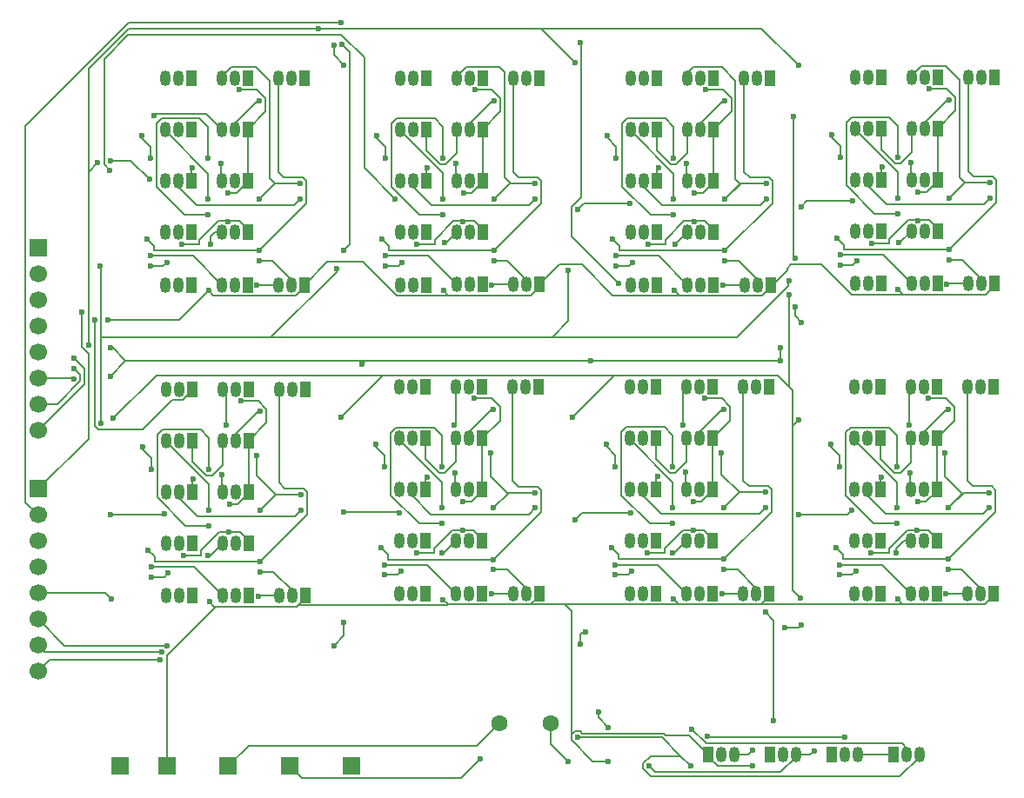
<source format=gbr>
%TF.GenerationSoftware,KiCad,Pcbnew,9.0.7*%
%TF.CreationDate,2026-01-15T13:11:20+00:00*%
%TF.ProjectId,reg,7265672e-6b69-4636-9164-5f7063625858,rev?*%
%TF.SameCoordinates,Original*%
%TF.FileFunction,Copper,L2,Bot*%
%TF.FilePolarity,Positive*%
%FSLAX46Y46*%
G04 Gerber Fmt 4.6, Leading zero omitted, Abs format (unit mm)*
G04 Created by KiCad (PCBNEW 9.0.7) date 2026-01-15 13:11:20*
%MOMM*%
%LPD*%
G01*
G04 APERTURE LIST*
%TA.AperFunction,ComponentPad*%
%ADD10R,1.050000X1.500000*%
%TD*%
%TA.AperFunction,ComponentPad*%
%ADD11O,1.050000X1.500000*%
%TD*%
%TA.AperFunction,ComponentPad*%
%ADD12R,1.700000X1.700000*%
%TD*%
%TA.AperFunction,ComponentPad*%
%ADD13C,1.700000*%
%TD*%
%TA.AperFunction,ComponentPad*%
%ADD14C,1.600000*%
%TD*%
%TA.AperFunction,ViaPad*%
%ADD15C,0.600000*%
%TD*%
%TA.AperFunction,Conductor*%
%ADD16C,0.200000*%
%TD*%
G04 APERTURE END LIST*
D10*
%TO.P,Q706,1,E*%
%TO.N,GND*%
X61198610Y-62567889D03*
D11*
%TO.P,Q706,2,B*%
%TO.N,Net-(Q706-B)*%
X59928610Y-62567889D03*
%TO.P,Q706,3,C*%
%TO.N,Net-(Q705-E)*%
X58658610Y-62567889D03*
%TD*%
D10*
%TO.P,Q804,1,E*%
%TO.N,Net-(Q802-E)*%
X83646786Y-77668454D03*
D11*
%TO.P,Q804,2,B*%
%TO.N,Net-(Q804-B)*%
X82376786Y-77668454D03*
%TO.P,Q804,3,C*%
%TO.N,Net-(Q804-C)*%
X81106786Y-77668454D03*
%TD*%
D10*
%TO.P,Q608,1,E*%
%TO.N,GND*%
X38481392Y-72768489D03*
D11*
%TO.P,Q608,2,B*%
%TO.N,Net-(Q608-B)*%
X37211392Y-72768489D03*
%TO.P,Q608,3,C*%
%TO.N,Net-(Q607-E)*%
X35941392Y-72768489D03*
%TD*%
D10*
%TO.P,Q411,1,E*%
%TO.N,GND*%
X83719551Y-27473136D03*
D11*
%TO.P,Q411,2,B*%
%TO.N,Net-(Q411-B)*%
X82449551Y-27473136D03*
%TO.P,Q411,3,C*%
%TO.N,Net-(Q411-C)*%
X81179551Y-27473136D03*
%TD*%
D10*
%TO.P,Q705,1,E*%
%TO.N,Net-(Q705-E)*%
X55698610Y-62567889D03*
D11*
%TO.P,Q705,2,B*%
%TO.N,Net-(Q705-B)*%
X54428610Y-62567889D03*
%TO.P,Q705,3,C*%
%TO.N,Net-(Q705-C)*%
X53158610Y-62567889D03*
%TD*%
D10*
%TO.P,Q510,1,E*%
%TO.N,GND*%
X105517272Y-37380819D03*
D11*
%TO.P,Q510,2,B*%
%TO.N,Net-(Q510-B)*%
X104247272Y-37380819D03*
%TO.P,Q510,3,C*%
%TO.N,/DFlipFlop3/Q*%
X102977272Y-37380819D03*
%TD*%
D10*
%TO.P,Q205,1,E*%
%TO.N,Net-(Q205-E)*%
X32880375Y-32473136D03*
D11*
%TO.P,Q205,2,B*%
%TO.N,Net-(Q205-B)*%
X31610375Y-32473136D03*
%TO.P,Q205,3,C*%
%TO.N,Net-(Q205-C)*%
X30340375Y-32473136D03*
%TD*%
D10*
%TO.P,Q605,1,E*%
%TO.N,Net-(Q605-E)*%
X32981392Y-62768489D03*
D11*
%TO.P,Q605,2,B*%
%TO.N,Net-(Q605-B)*%
X31711392Y-62768489D03*
%TO.P,Q605,3,C*%
%TO.N,Net-(Q605-C)*%
X30441392Y-62768489D03*
%TD*%
D10*
%TO.P,Q210,1,E*%
%TO.N,GND*%
X38380375Y-37473136D03*
D11*
%TO.P,Q210,2,B*%
%TO.N,Net-(Q210-B)*%
X37110375Y-37473136D03*
%TO.P,Q210,3,C*%
%TO.N,/DFlipFlop/Q*%
X35840375Y-37473136D03*
%TD*%
D12*
%TO.P,GND,1,Pin_1*%
%TO.N,GND*%
X30500000Y-94500000D03*
%TD*%
D10*
%TO.P,Q901,1,E*%
%TO.N,GND*%
X110941579Y-57551948D03*
D11*
%TO.P,Q901,2,B*%
%TO.N,Net-(Q901-B)*%
X109671579Y-57551948D03*
%TO.P,Q901,3,C*%
%TO.N,Net-(Q901-C)*%
X108401579Y-57551948D03*
%TD*%
D10*
%TO.P,Q306,1,E*%
%TO.N,GND*%
X61251392Y-32472136D03*
D11*
%TO.P,Q306,2,B*%
%TO.N,Net-(Q306-B)*%
X59981392Y-32472136D03*
%TO.P,Q306,3,C*%
%TO.N,Net-(Q305-E)*%
X58711392Y-32472136D03*
%TD*%
D10*
%TO.P,Q710,1,E*%
%TO.N,GND*%
X61198610Y-67567889D03*
D11*
%TO.P,Q710,2,B*%
%TO.N,Net-(Q710-B)*%
X59928610Y-67567889D03*
%TO.P,Q710,3,C*%
%TO.N,/DFlipFlop5/Q*%
X58658610Y-67567889D03*
%TD*%
D12*
%TO.P,DATA_OUT,1,Pin_1*%
%TO.N,/DFlipFlop/Q*%
X18000000Y-44000000D03*
D13*
%TO.P,DATA_OUT,2,Pin_2*%
%TO.N,/DFlipFlop1/Q*%
X18000000Y-46540000D03*
%TO.P,DATA_OUT,3,Pin_3*%
%TO.N,/DFlipFlop2/Q*%
X18000000Y-49080000D03*
%TO.P,DATA_OUT,4,Pin_4*%
%TO.N,/DFlipFlop3/Q*%
X18000000Y-51620000D03*
%TO.P,DATA_OUT,5,Pin_5*%
%TO.N,/DFlipFlop4/Q*%
X18000000Y-54160000D03*
%TO.P,DATA_OUT,6,Pin_6*%
%TO.N,/DFlipFlop5/Q*%
X18000000Y-56700000D03*
%TO.P,DATA_OUT,7,Pin_7*%
%TO.N,/DFlipFlop6/Q*%
X18000000Y-59240000D03*
%TO.P,DATA_OUT,8,Pin_8*%
%TO.N,/DFlipFlop7/Q*%
X18000000Y-61780000D03*
%TD*%
D10*
%TO.P,Q202,1,E*%
%TO.N,Net-(Q202-E)*%
X32880375Y-47613136D03*
D11*
%TO.P,Q202,2,B*%
%TO.N,Net-(Q202-B)*%
X31610375Y-47613136D03*
%TO.P,Q202,3,C*%
%TO.N,Net-(Q202-C)*%
X30340375Y-47613136D03*
%TD*%
D10*
%TO.P,Q410,1,E*%
%TO.N,GND*%
X83719551Y-37473136D03*
D11*
%TO.P,Q410,2,B*%
%TO.N,Net-(Q410-B)*%
X82449551Y-37473136D03*
%TO.P,Q410,3,C*%
%TO.N,/DFlipFlop2/Q*%
X81179551Y-37473136D03*
%TD*%
D10*
%TO.P,Q203,1,E*%
%TO.N,GND*%
X43909856Y-47606534D03*
D11*
%TO.P,Q203,2,B*%
%TO.N,Net-(Q203-B)*%
X42639856Y-47606534D03*
%TO.P,Q203,3,C*%
%TO.N,Net-(Q202-E)*%
X41369856Y-47606534D03*
%TD*%
D10*
%TO.P,Q906,1,E*%
%TO.N,GND*%
X105441579Y-62551948D03*
D11*
%TO.P,Q906,2,B*%
%TO.N,Net-(Q906-B)*%
X104171579Y-62551948D03*
%TO.P,Q906,3,C*%
%TO.N,Net-(Q905-E)*%
X102901579Y-62551948D03*
%TD*%
D10*
%TO.P,Q507,1,E*%
%TO.N,Net-(Q507-E)*%
X100017272Y-42380819D03*
D11*
%TO.P,Q507,2,B*%
%TO.N,Net-(Q507-B)*%
X98747272Y-42380819D03*
%TO.P,Q507,3,C*%
%TO.N,Net-(Q507-C)*%
X97477272Y-42380819D03*
%TD*%
D10*
%TO.P,Q509,1,E*%
%TO.N,/DFlipFlop3/Q*%
X100017272Y-37380819D03*
D11*
%TO.P,Q509,2,B*%
%TO.N,Net-(Q509-B)*%
X98747272Y-37380819D03*
%TO.P,Q509,3,C*%
%TO.N,Net-(Q509-C)*%
X97477272Y-37380819D03*
%TD*%
D10*
%TO.P,Q801,1,E*%
%TO.N,GND*%
X89132940Y-57535056D03*
D11*
%TO.P,Q801,2,B*%
%TO.N,Net-(Q801-B)*%
X87862940Y-57535056D03*
%TO.P,Q801,3,C*%
%TO.N,Net-(Q801-C)*%
X86592940Y-57535056D03*
%TD*%
D10*
%TO.P,Q101,1,E*%
%TO.N,Net-(Q101-E)*%
X101230000Y-93360000D03*
D11*
%TO.P,Q101,2,B*%
%TO.N,Net-(Q101-B)*%
X102500000Y-93360000D03*
%TO.P,Q101,3,C*%
%TO.N,Net-(Q101-C)*%
X103770000Y-93360000D03*
%TD*%
D10*
%TO.P,Q601,1,E*%
%TO.N,GND*%
X43981392Y-57768489D03*
D11*
%TO.P,Q601,2,B*%
%TO.N,Net-(Q601-B)*%
X42711392Y-57768489D03*
%TO.P,Q601,3,C*%
%TO.N,Net-(Q601-C)*%
X41441392Y-57768489D03*
%TD*%
D10*
%TO.P,Q212,1,E*%
%TO.N,GND*%
X32880375Y-27473136D03*
D11*
%TO.P,Q212,2,B*%
%TO.N,Net-(Q212-B)*%
X31610375Y-27473136D03*
%TO.P,Q212,3,C*%
%TO.N,Net-(Q212-C)*%
X30340375Y-27473136D03*
%TD*%
D10*
%TO.P,Q102,1,E*%
%TO.N,GND*%
X95230000Y-93360000D03*
D11*
%TO.P,Q102,2,B*%
%TO.N,Net-(Q102-B)*%
X96500000Y-93360000D03*
%TO.P,Q102,3,C*%
%TO.N,Net-(Q101-E)*%
X97770000Y-93360000D03*
%TD*%
D10*
%TO.P,Q810,1,E*%
%TO.N,GND*%
X83632940Y-67535056D03*
D11*
%TO.P,Q810,2,B*%
%TO.N,Net-(Q810-B)*%
X82362940Y-67535056D03*
%TO.P,Q810,3,C*%
%TO.N,/DFlipFlop6/Q*%
X81092940Y-67535056D03*
%TD*%
D10*
%TO.P,Q812,1,E*%
%TO.N,GND*%
X78132940Y-57535056D03*
D11*
%TO.P,Q812,2,B*%
%TO.N,Net-(Q812-B)*%
X76862940Y-57535056D03*
%TO.P,Q812,3,C*%
%TO.N,Net-(Q812-C)*%
X75592940Y-57535056D03*
%TD*%
D14*
%TO.P,C101,1*%
%TO.N,Net-(J101-Pin_1)*%
X62886223Y-90287423D03*
%TO.P,C101,2*%
%TO.N,Net-(C101-Pad2)*%
X67886223Y-90287423D03*
%TD*%
D10*
%TO.P,Q802,1,E*%
%TO.N,Net-(Q802-E)*%
X78132940Y-77675056D03*
D11*
%TO.P,Q802,2,B*%
%TO.N,Net-(Q802-B)*%
X76862940Y-77675056D03*
%TO.P,Q802,3,C*%
%TO.N,Net-(Q802-C)*%
X75592940Y-77675056D03*
%TD*%
D10*
%TO.P,Q908,1,E*%
%TO.N,GND*%
X105441579Y-72551948D03*
D11*
%TO.P,Q908,2,B*%
%TO.N,Net-(Q908-B)*%
X104171579Y-72551948D03*
%TO.P,Q908,3,C*%
%TO.N,Net-(Q907-E)*%
X102901579Y-72551948D03*
%TD*%
D10*
%TO.P,Q707,1,E*%
%TO.N,Net-(Q707-E)*%
X55698610Y-72567889D03*
D11*
%TO.P,Q707,2,B*%
%TO.N,Net-(Q707-B)*%
X54428610Y-72567889D03*
%TO.P,Q707,3,C*%
%TO.N,Net-(Q707-C)*%
X53158610Y-72567889D03*
%TD*%
D10*
%TO.P,Q512,1,E*%
%TO.N,GND*%
X100017272Y-27380819D03*
D11*
%TO.P,Q512,2,B*%
%TO.N,Net-(Q512-B)*%
X98747272Y-27380819D03*
%TO.P,Q512,3,C*%
%TO.N,Net-(Q512-C)*%
X97477272Y-27380819D03*
%TD*%
D10*
%TO.P,Q302,1,E*%
%TO.N,Net-(Q302-E)*%
X55751392Y-47612136D03*
D11*
%TO.P,Q302,2,B*%
%TO.N,Net-(Q302-B)*%
X54481392Y-47612136D03*
%TO.P,Q302,3,C*%
%TO.N,Net-(Q302-C)*%
X53211392Y-47612136D03*
%TD*%
D10*
%TO.P,Q602,1,E*%
%TO.N,Net-(Q602-E)*%
X32981392Y-77908489D03*
D11*
%TO.P,Q602,2,B*%
%TO.N,Net-(Q602-B)*%
X31711392Y-77908489D03*
%TO.P,Q602,3,C*%
%TO.N,Net-(Q602-C)*%
X30441392Y-77908489D03*
%TD*%
D10*
%TO.P,Q806,1,E*%
%TO.N,GND*%
X83632940Y-62535056D03*
D11*
%TO.P,Q806,2,B*%
%TO.N,Net-(Q806-B)*%
X82362940Y-62535056D03*
%TO.P,Q806,3,C*%
%TO.N,Net-(Q805-E)*%
X81092940Y-62535056D03*
%TD*%
D10*
%TO.P,Q301,1,E*%
%TO.N,GND*%
X66751392Y-27472136D03*
D11*
%TO.P,Q301,2,B*%
%TO.N,Net-(Q301-B)*%
X65481392Y-27472136D03*
%TO.P,Q301,3,C*%
%TO.N,Net-(Q301-C)*%
X64211392Y-27472136D03*
%TD*%
D10*
%TO.P,Q702,1,E*%
%TO.N,Net-(Q702-E)*%
X55698610Y-77707889D03*
D11*
%TO.P,Q702,2,B*%
%TO.N,Net-(Q702-B)*%
X54428610Y-77707889D03*
%TO.P,Q702,3,C*%
%TO.N,Net-(Q702-C)*%
X53158610Y-77707889D03*
%TD*%
D10*
%TO.P,Q404,1,E*%
%TO.N,Net-(Q402-E)*%
X83733397Y-47606534D03*
D11*
%TO.P,Q404,2,B*%
%TO.N,Net-(Q404-B)*%
X82463397Y-47606534D03*
%TO.P,Q404,3,C*%
%TO.N,Net-(Q404-C)*%
X81193397Y-47606534D03*
%TD*%
D10*
%TO.P,Q703,1,E*%
%TO.N,GND*%
X66728091Y-77701287D03*
D11*
%TO.P,Q703,2,B*%
%TO.N,Net-(Q703-B)*%
X65458091Y-77701287D03*
%TO.P,Q703,3,C*%
%TO.N,Net-(Q702-E)*%
X64188091Y-77701287D03*
%TD*%
D10*
%TO.P,Q505,1,E*%
%TO.N,Net-(Q505-E)*%
X100017272Y-32380819D03*
D11*
%TO.P,Q505,2,B*%
%TO.N,Net-(Q505-B)*%
X98747272Y-32380819D03*
%TO.P,Q505,3,C*%
%TO.N,Net-(Q505-C)*%
X97477272Y-32380819D03*
%TD*%
D10*
%TO.P,Q910,1,E*%
%TO.N,GND*%
X105441579Y-67551948D03*
D11*
%TO.P,Q910,2,B*%
%TO.N,Net-(Q910-B)*%
X104171579Y-67551948D03*
%TO.P,Q910,3,C*%
%TO.N,/DFlipFlop7/Q*%
X102901579Y-67551948D03*
%TD*%
D10*
%TO.P,Q606,1,E*%
%TO.N,GND*%
X38481392Y-62768489D03*
D11*
%TO.P,Q606,2,B*%
%TO.N,Net-(Q606-B)*%
X37211392Y-62768489D03*
%TO.P,Q606,3,C*%
%TO.N,Net-(Q605-E)*%
X35941392Y-62768489D03*
%TD*%
D10*
%TO.P,Q310,1,E*%
%TO.N,GND*%
X61251392Y-37472136D03*
D11*
%TO.P,Q310,2,B*%
%TO.N,Net-(Q310-B)*%
X59981392Y-37472136D03*
%TO.P,Q310,3,C*%
%TO.N,/DFlipFlop1/Q*%
X58711392Y-37472136D03*
%TD*%
D10*
%TO.P,Q610,1,E*%
%TO.N,GND*%
X38481392Y-67768489D03*
D11*
%TO.P,Q610,2,B*%
%TO.N,Net-(Q610-B)*%
X37211392Y-67768489D03*
%TO.P,Q610,3,C*%
%TO.N,/DFlipFlop4/Q*%
X35941392Y-67768489D03*
%TD*%
D10*
%TO.P,Q511,1,E*%
%TO.N,GND*%
X105517272Y-27380819D03*
D11*
%TO.P,Q511,2,B*%
%TO.N,Net-(Q511-B)*%
X104247272Y-27380819D03*
%TO.P,Q511,3,C*%
%TO.N,Net-(Q511-C)*%
X102977272Y-27380819D03*
%TD*%
D10*
%TO.P,Q209,1,E*%
%TO.N,/DFlipFlop/Q*%
X32880375Y-37473136D03*
D11*
%TO.P,Q209,2,B*%
%TO.N,Net-(Q209-B)*%
X31610375Y-37473136D03*
%TO.P,Q209,3,C*%
%TO.N,Net-(Q209-C)*%
X30340375Y-37473136D03*
%TD*%
D10*
%TO.P,Q712,1,E*%
%TO.N,GND*%
X55698610Y-57567889D03*
D11*
%TO.P,Q712,2,B*%
%TO.N,Net-(Q712-B)*%
X54428610Y-57567889D03*
%TO.P,Q712,3,C*%
%TO.N,Net-(Q712-C)*%
X53158610Y-57567889D03*
%TD*%
D10*
%TO.P,Q307,1,E*%
%TO.N,Net-(Q307-E)*%
X55751392Y-42472136D03*
D11*
%TO.P,Q307,2,B*%
%TO.N,Net-(Q307-B)*%
X54481392Y-42472136D03*
%TO.P,Q307,3,C*%
%TO.N,Net-(Q307-C)*%
X53211392Y-42472136D03*
%TD*%
D10*
%TO.P,Q701,1,E*%
%TO.N,GND*%
X66698610Y-57567889D03*
D11*
%TO.P,Q701,2,B*%
%TO.N,Net-(Q701-B)*%
X65428610Y-57567889D03*
%TO.P,Q701,3,C*%
%TO.N,Net-(Q701-C)*%
X64158610Y-57567889D03*
%TD*%
D12*
%TO.P,+5V,1,Pin_1*%
%TO.N,+5V*%
X26000000Y-94500000D03*
%TD*%
D10*
%TO.P,Q407,1,E*%
%TO.N,Net-(Q407-E)*%
X78219551Y-42473136D03*
D11*
%TO.P,Q407,2,B*%
%TO.N,Net-(Q407-B)*%
X76949551Y-42473136D03*
%TO.P,Q407,3,C*%
%TO.N,Net-(Q407-C)*%
X75679551Y-42473136D03*
%TD*%
D10*
%TO.P,Q208,1,E*%
%TO.N,GND*%
X38380375Y-42473136D03*
D11*
%TO.P,Q208,2,B*%
%TO.N,Net-(Q208-B)*%
X37110375Y-42473136D03*
%TO.P,Q208,3,C*%
%TO.N,Net-(Q207-E)*%
X35840375Y-42473136D03*
%TD*%
D10*
%TO.P,Q506,1,E*%
%TO.N,GND*%
X105517272Y-32380819D03*
D11*
%TO.P,Q506,2,B*%
%TO.N,Net-(Q506-B)*%
X104247272Y-32380819D03*
%TO.P,Q506,3,C*%
%TO.N,Net-(Q505-E)*%
X102977272Y-32380819D03*
%TD*%
D12*
%TO.P,RD_EN,1,Pin_1*%
%TO.N,Net-(J103-Pin_1)*%
X48500000Y-94500000D03*
%TD*%
D10*
%TO.P,Q408,1,E*%
%TO.N,GND*%
X83719551Y-42473136D03*
D11*
%TO.P,Q408,2,B*%
%TO.N,Net-(Q408-B)*%
X82449551Y-42473136D03*
%TO.P,Q408,3,C*%
%TO.N,Net-(Q407-E)*%
X81179551Y-42473136D03*
%TD*%
D10*
%TO.P,Q206,1,E*%
%TO.N,GND*%
X38380375Y-32473136D03*
D11*
%TO.P,Q206,2,B*%
%TO.N,Net-(Q206-B)*%
X37110375Y-32473136D03*
%TO.P,Q206,3,C*%
%TO.N,Net-(Q205-E)*%
X35840375Y-32473136D03*
%TD*%
D10*
%TO.P,Q903,1,E*%
%TO.N,GND*%
X110971060Y-77685346D03*
D11*
%TO.P,Q903,2,B*%
%TO.N,Net-(Q903-B)*%
X109701060Y-77685346D03*
%TO.P,Q903,3,C*%
%TO.N,Net-(Q902-E)*%
X108431060Y-77685346D03*
%TD*%
D10*
%TO.P,Q905,1,E*%
%TO.N,Net-(Q905-E)*%
X99941579Y-62551948D03*
D11*
%TO.P,Q905,2,B*%
%TO.N,Net-(Q905-B)*%
X98671579Y-62551948D03*
%TO.P,Q905,3,C*%
%TO.N,Net-(Q905-C)*%
X97401579Y-62551948D03*
%TD*%
D10*
%TO.P,Q809,1,E*%
%TO.N,/DFlipFlop6/Q*%
X78132940Y-67535056D03*
D11*
%TO.P,Q809,2,B*%
%TO.N,Net-(Q809-B)*%
X76862940Y-67535056D03*
%TO.P,Q809,3,C*%
%TO.N,Net-(Q809-C)*%
X75592940Y-67535056D03*
%TD*%
D10*
%TO.P,Q403,1,E*%
%TO.N,GND*%
X89249032Y-47606534D03*
D11*
%TO.P,Q403,2,B*%
%TO.N,Net-(Q403-B)*%
X87979032Y-47606534D03*
%TO.P,Q403,3,C*%
%TO.N,Net-(Q402-E)*%
X86709032Y-47606534D03*
%TD*%
D10*
%TO.P,Q401,1,E*%
%TO.N,GND*%
X89219551Y-27473136D03*
D11*
%TO.P,Q401,2,B*%
%TO.N,Net-(Q401-B)*%
X87949551Y-27473136D03*
%TO.P,Q401,3,C*%
%TO.N,Net-(Q401-C)*%
X86679551Y-27473136D03*
%TD*%
D10*
%TO.P,Q711,1,E*%
%TO.N,GND*%
X61198610Y-57567889D03*
D11*
%TO.P,Q711,2,B*%
%TO.N,Net-(Q711-B)*%
X59928610Y-57567889D03*
%TO.P,Q711,3,C*%
%TO.N,Net-(Q711-C)*%
X58658610Y-57567889D03*
%TD*%
D10*
%TO.P,Q912,1,E*%
%TO.N,GND*%
X99941579Y-57551948D03*
D11*
%TO.P,Q912,2,B*%
%TO.N,Net-(Q912-B)*%
X98671579Y-57551948D03*
%TO.P,Q912,3,C*%
%TO.N,Net-(Q912-C)*%
X97401579Y-57551948D03*
%TD*%
D10*
%TO.P,Q609,1,E*%
%TO.N,/DFlipFlop4/Q*%
X32981392Y-67768489D03*
D11*
%TO.P,Q609,2,B*%
%TO.N,Net-(Q609-B)*%
X31711392Y-67768489D03*
%TO.P,Q609,3,C*%
%TO.N,Net-(Q609-C)*%
X30441392Y-67768489D03*
%TD*%
D10*
%TO.P,Q503,1,E*%
%TO.N,GND*%
X111046753Y-47514217D03*
D11*
%TO.P,Q503,2,B*%
%TO.N,Net-(Q503-B)*%
X109776753Y-47514217D03*
%TO.P,Q503,3,C*%
%TO.N,Net-(Q502-E)*%
X108506753Y-47514217D03*
%TD*%
D10*
%TO.P,Q803,1,E*%
%TO.N,GND*%
X89162421Y-77668454D03*
D11*
%TO.P,Q803,2,B*%
%TO.N,Net-(Q803-B)*%
X87892421Y-77668454D03*
%TO.P,Q803,3,C*%
%TO.N,Net-(Q802-E)*%
X86622421Y-77668454D03*
%TD*%
D10*
%TO.P,Q312,1,E*%
%TO.N,GND*%
X55751392Y-27472136D03*
D11*
%TO.P,Q312,2,B*%
%TO.N,Net-(Q312-B)*%
X54481392Y-27472136D03*
%TO.P,Q312,3,C*%
%TO.N,Net-(Q312-C)*%
X53211392Y-27472136D03*
%TD*%
D10*
%TO.P,Q709,1,E*%
%TO.N,/DFlipFlop5/Q*%
X55698610Y-67567889D03*
D11*
%TO.P,Q709,2,B*%
%TO.N,Net-(Q709-B)*%
X54428610Y-67567889D03*
%TO.P,Q709,3,C*%
%TO.N,Net-(Q709-C)*%
X53158610Y-67567889D03*
%TD*%
D10*
%TO.P,Q603,1,E*%
%TO.N,GND*%
X44010873Y-77901887D03*
D11*
%TO.P,Q603,2,B*%
%TO.N,Net-(Q603-B)*%
X42740873Y-77901887D03*
%TO.P,Q603,3,C*%
%TO.N,Net-(Q602-E)*%
X41470873Y-77901887D03*
%TD*%
D10*
%TO.P,Q207,1,E*%
%TO.N,Net-(Q207-E)*%
X32880375Y-42473136D03*
D11*
%TO.P,Q207,2,B*%
%TO.N,Net-(Q207-B)*%
X31610375Y-42473136D03*
%TO.P,Q207,3,C*%
%TO.N,Net-(Q207-C)*%
X30340375Y-42473136D03*
%TD*%
D10*
%TO.P,Q402,1,E*%
%TO.N,Net-(Q402-E)*%
X78219551Y-47613136D03*
D11*
%TO.P,Q402,2,B*%
%TO.N,Net-(Q402-B)*%
X76949551Y-47613136D03*
%TO.P,Q402,3,C*%
%TO.N,Net-(Q402-C)*%
X75679551Y-47613136D03*
%TD*%
D10*
%TO.P,Q305,1,E*%
%TO.N,Net-(Q305-E)*%
X55751392Y-32472136D03*
D11*
%TO.P,Q305,2,B*%
%TO.N,Net-(Q305-B)*%
X54481392Y-32472136D03*
%TO.P,Q305,3,C*%
%TO.N,Net-(Q305-C)*%
X53211392Y-32472136D03*
%TD*%
D10*
%TO.P,Q501,1,E*%
%TO.N,GND*%
X111017272Y-27380819D03*
D11*
%TO.P,Q501,2,B*%
%TO.N,Net-(Q501-B)*%
X109747272Y-27380819D03*
%TO.P,Q501,3,C*%
%TO.N,Net-(Q501-C)*%
X108477272Y-27380819D03*
%TD*%
D10*
%TO.P,Q909,1,E*%
%TO.N,/DFlipFlop7/Q*%
X99941579Y-67551948D03*
D11*
%TO.P,Q909,2,B*%
%TO.N,Net-(Q909-B)*%
X98671579Y-67551948D03*
%TO.P,Q909,3,C*%
%TO.N,Net-(Q909-C)*%
X97401579Y-67551948D03*
%TD*%
D12*
%TO.P,CLK,1,Pin_1*%
%TO.N,Net-(J101-Pin_1)*%
X36500000Y-94500000D03*
%TD*%
D10*
%TO.P,Q902,1,E*%
%TO.N,Net-(Q902-E)*%
X99941579Y-77691948D03*
D11*
%TO.P,Q902,2,B*%
%TO.N,Net-(Q902-B)*%
X98671579Y-77691948D03*
%TO.P,Q902,3,C*%
%TO.N,Net-(Q902-C)*%
X97401579Y-77691948D03*
%TD*%
D10*
%TO.P,Q805,1,E*%
%TO.N,Net-(Q805-E)*%
X78132940Y-62535056D03*
D11*
%TO.P,Q805,2,B*%
%TO.N,Net-(Q805-B)*%
X76862940Y-62535056D03*
%TO.P,Q805,3,C*%
%TO.N,Net-(Q805-C)*%
X75592940Y-62535056D03*
%TD*%
D10*
%TO.P,Q308,1,E*%
%TO.N,GND*%
X61251392Y-42472136D03*
D11*
%TO.P,Q308,2,B*%
%TO.N,Net-(Q308-B)*%
X59981392Y-42472136D03*
%TO.P,Q308,3,C*%
%TO.N,Net-(Q307-E)*%
X58711392Y-42472136D03*
%TD*%
D10*
%TO.P,Q611,1,E*%
%TO.N,GND*%
X38481392Y-57768489D03*
D11*
%TO.P,Q611,2,B*%
%TO.N,Net-(Q611-B)*%
X37211392Y-57768489D03*
%TO.P,Q611,3,C*%
%TO.N,Net-(Q611-C)*%
X35941392Y-57768489D03*
%TD*%
D10*
%TO.P,Q604,1,E*%
%TO.N,Net-(Q602-E)*%
X38495238Y-77901887D03*
D11*
%TO.P,Q604,2,B*%
%TO.N,Net-(Q604-B)*%
X37225238Y-77901887D03*
%TO.P,Q604,3,C*%
%TO.N,Net-(Q604-C)*%
X35955238Y-77901887D03*
%TD*%
D10*
%TO.P,Q103,1,E*%
%TO.N,GND*%
X89230000Y-93360000D03*
D11*
%TO.P,Q103,2,B*%
%TO.N,Net-(Q103-B)*%
X90500000Y-93360000D03*
%TO.P,Q103,3,C*%
%TO.N,WRITE_EN*%
X91770000Y-93360000D03*
%TD*%
D10*
%TO.P,Q409,1,E*%
%TO.N,/DFlipFlop2/Q*%
X78219551Y-37473136D03*
D11*
%TO.P,Q409,2,B*%
%TO.N,Net-(Q409-B)*%
X76949551Y-37473136D03*
%TO.P,Q409,3,C*%
%TO.N,Net-(Q409-C)*%
X75679551Y-37473136D03*
%TD*%
D10*
%TO.P,Q811,1,E*%
%TO.N,GND*%
X83632940Y-57535056D03*
D11*
%TO.P,Q811,2,B*%
%TO.N,Net-(Q811-B)*%
X82362940Y-57535056D03*
%TO.P,Q811,3,C*%
%TO.N,Net-(Q811-C)*%
X81092940Y-57535056D03*
%TD*%
D12*
%TO.P,DATA_IN,1,Pin_1*%
%TO.N,/DFlipFlop/D*%
X18000000Y-67500000D03*
D13*
%TO.P,DATA_IN,2,Pin_2*%
%TO.N,/DFlipFlop1/D*%
X18000000Y-70040000D03*
%TO.P,DATA_IN,3,Pin_3*%
%TO.N,/DFlipFlop2/D*%
X18000000Y-72580000D03*
%TO.P,DATA_IN,4,Pin_4*%
%TO.N,/DFlipFlop3/D*%
X18000000Y-75120000D03*
%TO.P,DATA_IN,5,Pin_5*%
%TO.N,/DFlipFlop4/D*%
X18000000Y-77660000D03*
%TO.P,DATA_IN,6,Pin_6*%
%TO.N,/DFlipFlop5/D*%
X18000000Y-80200000D03*
%TO.P,DATA_IN,7,Pin_7*%
%TO.N,/DFlipFlop6/D*%
X18000000Y-82740000D03*
%TO.P,DATA_IN,8,Pin_8*%
%TO.N,/DFlipFlop7/D*%
X18000000Y-85280000D03*
%TD*%
D10*
%TO.P,Q504,1,E*%
%TO.N,Net-(Q502-E)*%
X105531118Y-47514217D03*
D11*
%TO.P,Q504,2,B*%
%TO.N,Net-(Q504-B)*%
X104261118Y-47514217D03*
%TO.P,Q504,3,C*%
%TO.N,Net-(Q504-C)*%
X102991118Y-47514217D03*
%TD*%
D12*
%TO.P,WR_EN,1,Pin_1*%
%TO.N,Net-(J102-Pin_1)*%
X42500000Y-94500000D03*
%TD*%
D10*
%TO.P,Q304,1,E*%
%TO.N,Net-(Q302-E)*%
X61265238Y-47605534D03*
D11*
%TO.P,Q304,2,B*%
%TO.N,Net-(Q304-B)*%
X59995238Y-47605534D03*
%TO.P,Q304,3,C*%
%TO.N,Net-(Q304-C)*%
X58725238Y-47605534D03*
%TD*%
D10*
%TO.P,Q904,1,E*%
%TO.N,Net-(Q902-E)*%
X105455425Y-77685346D03*
D11*
%TO.P,Q904,2,B*%
%TO.N,Net-(Q904-B)*%
X104185425Y-77685346D03*
%TO.P,Q904,3,C*%
%TO.N,Net-(Q904-C)*%
X102915425Y-77685346D03*
%TD*%
D10*
%TO.P,Q104,1,E*%
%TO.N,GND*%
X83230000Y-93360000D03*
D11*
%TO.P,Q104,2,B*%
%TO.N,Net-(Q104-B)*%
X84500000Y-93360000D03*
%TO.P,Q104,3,C*%
%TO.N,NREAD_EN*%
X85770000Y-93360000D03*
%TD*%
D10*
%TO.P,Q508,1,E*%
%TO.N,GND*%
X105517272Y-42380819D03*
D11*
%TO.P,Q508,2,B*%
%TO.N,Net-(Q508-B)*%
X104247272Y-42380819D03*
%TO.P,Q508,3,C*%
%TO.N,Net-(Q507-E)*%
X102977272Y-42380819D03*
%TD*%
D10*
%TO.P,Q201,1,E*%
%TO.N,GND*%
X43880375Y-27473136D03*
D11*
%TO.P,Q201,2,B*%
%TO.N,Net-(Q201-B)*%
X42610375Y-27473136D03*
%TO.P,Q201,3,C*%
%TO.N,Net-(Q201-C)*%
X41340375Y-27473136D03*
%TD*%
D10*
%TO.P,Q406,1,E*%
%TO.N,GND*%
X83719551Y-32473136D03*
D11*
%TO.P,Q406,2,B*%
%TO.N,Net-(Q406-B)*%
X82449551Y-32473136D03*
%TO.P,Q406,3,C*%
%TO.N,Net-(Q405-E)*%
X81179551Y-32473136D03*
%TD*%
D10*
%TO.P,Q204,1,E*%
%TO.N,Net-(Q202-E)*%
X38394221Y-47606534D03*
D11*
%TO.P,Q204,2,B*%
%TO.N,Net-(Q204-B)*%
X37124221Y-47606534D03*
%TO.P,Q204,3,C*%
%TO.N,Net-(Q204-C)*%
X35854221Y-47606534D03*
%TD*%
D10*
%TO.P,Q211,1,E*%
%TO.N,GND*%
X38380375Y-27473136D03*
D11*
%TO.P,Q211,2,B*%
%TO.N,Net-(Q211-B)*%
X37110375Y-27473136D03*
%TO.P,Q211,3,C*%
%TO.N,Net-(Q211-C)*%
X35840375Y-27473136D03*
%TD*%
D10*
%TO.P,Q502,1,E*%
%TO.N,Net-(Q502-E)*%
X100017272Y-47520819D03*
D11*
%TO.P,Q502,2,B*%
%TO.N,Net-(Q502-B)*%
X98747272Y-47520819D03*
%TO.P,Q502,3,C*%
%TO.N,Net-(Q502-C)*%
X97477272Y-47520819D03*
%TD*%
D10*
%TO.P,Q412,1,E*%
%TO.N,GND*%
X78219551Y-27473136D03*
D11*
%TO.P,Q412,2,B*%
%TO.N,Net-(Q412-B)*%
X76949551Y-27473136D03*
%TO.P,Q412,3,C*%
%TO.N,Net-(Q412-C)*%
X75679551Y-27473136D03*
%TD*%
D10*
%TO.P,Q612,1,E*%
%TO.N,GND*%
X32981392Y-57768489D03*
D11*
%TO.P,Q612,2,B*%
%TO.N,Net-(Q612-B)*%
X31711392Y-57768489D03*
%TO.P,Q612,3,C*%
%TO.N,Net-(Q612-C)*%
X30441392Y-57768489D03*
%TD*%
D10*
%TO.P,Q807,1,E*%
%TO.N,Net-(Q807-E)*%
X78132940Y-72535056D03*
D11*
%TO.P,Q807,2,B*%
%TO.N,Net-(Q807-B)*%
X76862940Y-72535056D03*
%TO.P,Q807,3,C*%
%TO.N,Net-(Q807-C)*%
X75592940Y-72535056D03*
%TD*%
D10*
%TO.P,Q607,1,E*%
%TO.N,Net-(Q607-E)*%
X32981392Y-72768489D03*
D11*
%TO.P,Q607,2,B*%
%TO.N,Net-(Q607-B)*%
X31711392Y-72768489D03*
%TO.P,Q607,3,C*%
%TO.N,Net-(Q607-C)*%
X30441392Y-72768489D03*
%TD*%
D10*
%TO.P,Q309,1,E*%
%TO.N,/DFlipFlop1/Q*%
X55751392Y-37472136D03*
D11*
%TO.P,Q309,2,B*%
%TO.N,Net-(Q309-B)*%
X54481392Y-37472136D03*
%TO.P,Q309,3,C*%
%TO.N,Net-(Q309-C)*%
X53211392Y-37472136D03*
%TD*%
D10*
%TO.P,Q911,1,E*%
%TO.N,GND*%
X105441579Y-57551948D03*
D11*
%TO.P,Q911,2,B*%
%TO.N,Net-(Q911-B)*%
X104171579Y-57551948D03*
%TO.P,Q911,3,C*%
%TO.N,Net-(Q911-C)*%
X102901579Y-57551948D03*
%TD*%
D10*
%TO.P,Q808,1,E*%
%TO.N,GND*%
X83632940Y-72535056D03*
D11*
%TO.P,Q808,2,B*%
%TO.N,Net-(Q808-B)*%
X82362940Y-72535056D03*
%TO.P,Q808,3,C*%
%TO.N,Net-(Q807-E)*%
X81092940Y-72535056D03*
%TD*%
D10*
%TO.P,Q405,1,E*%
%TO.N,Net-(Q405-E)*%
X78219551Y-32473136D03*
D11*
%TO.P,Q405,2,B*%
%TO.N,Net-(Q405-B)*%
X76949551Y-32473136D03*
%TO.P,Q405,3,C*%
%TO.N,Net-(Q405-C)*%
X75679551Y-32473136D03*
%TD*%
D10*
%TO.P,Q704,1,E*%
%TO.N,Net-(Q702-E)*%
X61212456Y-77701287D03*
D11*
%TO.P,Q704,2,B*%
%TO.N,Net-(Q704-B)*%
X59942456Y-77701287D03*
%TO.P,Q704,3,C*%
%TO.N,Net-(Q704-C)*%
X58672456Y-77701287D03*
%TD*%
D10*
%TO.P,Q311,1,E*%
%TO.N,GND*%
X61251392Y-27472136D03*
D11*
%TO.P,Q311,2,B*%
%TO.N,Net-(Q311-B)*%
X59981392Y-27472136D03*
%TO.P,Q311,3,C*%
%TO.N,Net-(Q311-C)*%
X58711392Y-27472136D03*
%TD*%
D10*
%TO.P,Q708,1,E*%
%TO.N,GND*%
X61198610Y-72567889D03*
D11*
%TO.P,Q708,2,B*%
%TO.N,Net-(Q708-B)*%
X59928610Y-72567889D03*
%TO.P,Q708,3,C*%
%TO.N,Net-(Q707-E)*%
X58658610Y-72567889D03*
%TD*%
D10*
%TO.P,Q907,1,E*%
%TO.N,Net-(Q907-E)*%
X99941579Y-72551948D03*
D11*
%TO.P,Q907,2,B*%
%TO.N,Net-(Q907-B)*%
X98671579Y-72551948D03*
%TO.P,Q907,3,C*%
%TO.N,Net-(Q907-C)*%
X97401579Y-72551948D03*
%TD*%
D10*
%TO.P,Q303,1,E*%
%TO.N,GND*%
X66780873Y-47605534D03*
D11*
%TO.P,Q303,2,B*%
%TO.N,Net-(Q303-B)*%
X65510873Y-47605534D03*
%TO.P,Q303,3,C*%
%TO.N,Net-(Q302-E)*%
X64240873Y-47605534D03*
%TD*%
D15*
%TO.N,Net-(C101-Pad2)*%
X69535816Y-94035816D03*
%TO.N,/DFlipFlop3/D*%
X91650000Y-49750000D03*
X92250000Y-51250000D03*
X91499000Y-31205068D03*
X91650000Y-45000000D03*
%TO.N,/DFlipFlop2/D*%
X70750000Y-24000000D03*
X74500000Y-47500000D03*
%TO.N,/DFlipFlop1/D*%
X47500000Y-22050000D03*
X47575735Y-24174265D03*
X47750000Y-44250000D03*
%TO.N,/DFlipFlop/D*%
X22250000Y-50250000D03*
%TO.N,/DFlipFlop3/Q*%
X92250000Y-40000000D03*
X97280798Y-39469202D03*
X100136897Y-36157683D03*
X102886897Y-35729819D03*
%TO.N,/DFlipFlop2/Q*%
X81089176Y-35822136D03*
X78339176Y-36250000D03*
X70524551Y-40264621D03*
X75585779Y-39664221D03*
%TO.N,/DFlipFlop/Q*%
X33000000Y-36250000D03*
X35750000Y-35822136D03*
X28802182Y-37289024D03*
X25000000Y-35500000D03*
%TO.N,/DFlipFlop1/Q*%
X58621017Y-35821136D03*
X55871017Y-36249000D03*
X24918299Y-36430231D03*
X52748793Y-39251207D03*
%TO.N,Net-(J102-Pin_1)*%
X61000000Y-93789804D03*
%TO.N,Net-(Q101-B)*%
X81609265Y-90890735D03*
%TO.N,Net-(Q101-C)*%
X70500000Y-91709000D03*
X81500000Y-94500000D03*
%TO.N,GND*%
X32000000Y-43669489D03*
X37595676Y-28600970D03*
X81752565Y-68731409D03*
X36500000Y-38669489D03*
X101692259Y-48077172D03*
X82934852Y-28600970D03*
X77339176Y-43669489D03*
X81839176Y-38669489D03*
X79807927Y-78231409D03*
X99136897Y-43577172D03*
X57426379Y-48168489D03*
X104656880Y-58679782D03*
X103621847Y-41343741D03*
X77252565Y-73731409D03*
X59303185Y-71530811D03*
X81824126Y-41436058D03*
X101616566Y-78248301D03*
X59371017Y-38668489D03*
X54818235Y-73764242D03*
X34555362Y-48169489D03*
X36601017Y-68964842D03*
X82848241Y-58662890D03*
X54871017Y-43668489D03*
X34656379Y-78464842D03*
X81737515Y-71497978D03*
X36484950Y-41436058D03*
X24750000Y-51000000D03*
X23500000Y-51000000D03*
X99061204Y-73748301D03*
X59318235Y-68764242D03*
X103546154Y-71514870D03*
X103561204Y-68748301D03*
X32101017Y-73964842D03*
X36585967Y-71731411D03*
X104732573Y-28508653D03*
X73444678Y-94010172D03*
X60413911Y-58695723D03*
X103636897Y-38577172D03*
X59355967Y-41435058D03*
X57373597Y-78264242D03*
X37696693Y-58896323D03*
X87500000Y-94500000D03*
X60466693Y-28599970D03*
X79894538Y-48169489D03*
%TO.N,Net-(Q102-B)*%
X83138030Y-91570970D03*
X96500000Y-91709000D03*
%TO.N,Net-(Q103-B)*%
X72500000Y-89259409D03*
X73444678Y-90708000D03*
%TO.N,Net-(Q201-C)*%
X28573020Y-43141075D03*
X39500000Y-44269489D03*
%TO.N,Net-(Q202-E)*%
X39283008Y-47637952D03*
%TO.N,Net-(Q203-B)*%
X34500000Y-35269489D03*
X39500000Y-45269489D03*
X34500000Y-40769489D03*
%TO.N,Net-(Q204-C)*%
X28914375Y-44811642D03*
%TO.N,Net-(Q205-B)*%
X28056591Y-33089023D03*
X28914375Y-35269489D03*
%TO.N,Net-(Q205-E)*%
X29250000Y-31100000D03*
%TO.N,Net-(Q206-B)*%
X39500000Y-29669489D03*
%TO.N,Net-(Q207-B)*%
X30500000Y-45411642D03*
X28914375Y-45769489D03*
%TO.N,Net-(Q207-E)*%
X34795061Y-43669489D03*
%TO.N,Net-(Q301-C)*%
X62371017Y-44268489D03*
X51444037Y-43140075D03*
%TO.N,Net-(Q302-E)*%
X62154025Y-47636952D03*
%TO.N,Net-(Q303-B)*%
X57371017Y-40768489D03*
X62371017Y-45268489D03*
X57371017Y-35268489D03*
%TO.N,Net-(Q304-C)*%
X51785392Y-44810642D03*
%TO.N,Net-(Q305-B)*%
X50927608Y-33088023D03*
X51785392Y-35268489D03*
%TO.N,Net-(Q306-B)*%
X62371017Y-29668489D03*
%TO.N,Net-(Q307-B)*%
X51785392Y-45768489D03*
X53371017Y-45410642D03*
%TO.N,Net-(Q307-E)*%
X57498793Y-43501207D03*
%TO.N,Net-(Q401-C)*%
X84839176Y-44269489D03*
X73912196Y-43141075D03*
%TO.N,Net-(Q402-E)*%
X84622184Y-47637952D03*
%TO.N,Net-(Q403-B)*%
X79839176Y-35269489D03*
X79839176Y-40769489D03*
X84839176Y-45269489D03*
%TO.N,Net-(Q404-C)*%
X74253551Y-44811642D03*
%TO.N,Net-(Q405-B)*%
X73395767Y-33089023D03*
X74253551Y-35269489D03*
%TO.N,Net-(Q406-B)*%
X84839176Y-29669489D03*
%TO.N,Net-(Q407-E)*%
X80000000Y-43669489D03*
%TO.N,Net-(Q407-B)*%
X74253551Y-45769489D03*
X75839176Y-45411642D03*
%TO.N,Net-(Q501-C)*%
X106636897Y-44177172D03*
X95709917Y-43048758D03*
%TO.N,Net-(Q502-E)*%
X106419905Y-47545635D03*
%TO.N,Net-(Q503-B)*%
X101636897Y-35177172D03*
X106636897Y-45177172D03*
X101636897Y-40677172D03*
%TO.N,Net-(Q504-C)*%
X96051272Y-44719325D03*
%TO.N,Net-(Q505-B)*%
X96051272Y-35177172D03*
X95193488Y-32996706D03*
%TO.N,Net-(Q506-B)*%
X106636897Y-29577172D03*
%TO.N,Net-(Q507-B)*%
X97636897Y-45319325D03*
X96051272Y-45677172D03*
%TO.N,Net-(Q507-E)*%
X101750000Y-43500000D03*
%TO.N,WRITE_EN*%
X77444678Y-94484529D03*
X70000000Y-60500000D03*
X92000000Y-60750000D03*
X93500000Y-93000000D03*
X92204770Y-78150000D03*
X47500000Y-60500000D03*
X91049265Y-48549265D03*
X25324308Y-60635779D03*
%TO.N,+5V*%
X24000000Y-45750000D03*
X47000000Y-46000000D03*
X91100000Y-47250000D03*
X24120735Y-61129265D03*
X69600000Y-46250000D03*
%TO.N,/DFlipFlop4/D*%
X25100000Y-78250000D03*
%TO.N,/DFlipFlop7/D*%
X90650000Y-81000000D03*
X92250000Y-80750000D03*
X29887038Y-84165428D03*
%TO.N,/DFlipFlop5/D*%
X47750000Y-80500000D03*
X30500000Y-82750000D03*
X46750000Y-82750000D03*
%TO.N,/DFlipFlop6/D*%
X71250000Y-81400000D03*
X29998395Y-83373214D03*
X70750000Y-82600000D03*
%TO.N,/DFlipFlop7/Q*%
X92000000Y-70000000D03*
X21500000Y-54750000D03*
X97157387Y-69592613D03*
X100061204Y-66328812D03*
X102811204Y-65900948D03*
%TO.N,/DFlipFlop6/Q*%
X21500000Y-55750000D03*
X81002565Y-65884056D03*
X75636513Y-69863486D03*
X78252565Y-66311920D03*
X70250000Y-70500000D03*
%TO.N,/DFlipFlop4/Q*%
X25000000Y-70000000D03*
X35851017Y-66117489D03*
X33101017Y-66545353D03*
X30319023Y-69930977D03*
%TO.N,/DFlipFlop5/Q*%
X47750000Y-69750000D03*
X21500000Y-56750000D03*
X58568235Y-65916889D03*
X53174526Y-69825474D03*
X55818235Y-66344753D03*
%TO.N,Net-(Q601-C)*%
X28674037Y-73436428D03*
X39601017Y-74564842D03*
%TO.N,Net-(Q602-E)*%
X39384025Y-77933305D03*
%TO.N,Net-(Q603-B)*%
X39601017Y-75564842D03*
X34601017Y-65564842D03*
X34601017Y-71064842D03*
%TO.N,Net-(Q604-C)*%
X29015392Y-75106995D03*
%TO.N,Net-(Q605-B)*%
X28157608Y-63384376D03*
X29015392Y-65564842D03*
%TO.N,Net-(Q606-B)*%
X39601017Y-59964842D03*
%TO.N,Net-(Q607-B)*%
X30601017Y-75706995D03*
X29015392Y-76064842D03*
%TO.N,Net-(Q607-E)*%
X34500000Y-73964842D03*
%TO.N,Net-(Q701-C)*%
X51391255Y-73235828D03*
X62318235Y-74364242D03*
%TO.N,Net-(Q702-E)*%
X62101243Y-77732705D03*
%TO.N,Net-(Q703-B)*%
X57318235Y-65364242D03*
X62318235Y-75364242D03*
X57318235Y-70864242D03*
%TO.N,Net-(Q704-C)*%
X51732610Y-74906395D03*
%TO.N,Net-(Q705-B)*%
X51732610Y-65364242D03*
X50874826Y-63183776D03*
%TO.N,Net-(Q706-B)*%
X62318235Y-59764242D03*
%TO.N,Net-(Q707-B)*%
X53318235Y-75506395D03*
X51732610Y-75864242D03*
%TO.N,Net-(Q707-E)*%
X57250000Y-73750000D03*
%TO.N,Net-(Q801-C)*%
X73825585Y-73202995D03*
X84752565Y-74331409D03*
%TO.N,Net-(Q802-E)*%
X84535573Y-77699872D03*
%TO.N,Net-(Q803-B)*%
X79752565Y-65331409D03*
X84752565Y-75331409D03*
X79752565Y-70831409D03*
%TO.N,Net-(Q804-C)*%
X74166940Y-74873562D03*
%TO.N,Net-(Q805-B)*%
X74166940Y-65331409D03*
X73309156Y-63150943D03*
%TO.N,Net-(Q806-B)*%
X84752565Y-59731409D03*
%TO.N,Net-(Q807-E)*%
X79750000Y-73731409D03*
%TO.N,Net-(Q807-B)*%
X75752565Y-75473562D03*
X74166940Y-75831409D03*
%TO.N,Net-(Q901-C)*%
X95634224Y-73219887D03*
X106561204Y-74348301D03*
%TO.N,Net-(Q902-E)*%
X106344212Y-77716764D03*
%TO.N,Net-(Q903-B)*%
X106561204Y-75348301D03*
X101561204Y-70848301D03*
X101561204Y-65348301D03*
%TO.N,Net-(Q904-C)*%
X95975579Y-74890454D03*
%TO.N,Net-(Q905-B)*%
X95117795Y-63167835D03*
X95975579Y-65348301D03*
%TO.N,Net-(Q906-B)*%
X106561204Y-59748301D03*
%TO.N,Net-(Q907-B)*%
X97561204Y-75490454D03*
X95975579Y-75848301D03*
%TO.N,Net-(Q907-E)*%
X101500000Y-73748301D03*
%TO.N,NREAD_EN*%
X49500000Y-55350000D03*
X23799000Y-35750000D03*
X90200735Y-55049265D03*
X70250000Y-26000000D03*
X22900000Y-53500000D03*
X89575735Y-90058409D03*
X25000000Y-56500000D03*
X87500000Y-92909000D03*
X92000000Y-26250000D03*
X71750000Y-55000000D03*
X45250000Y-22650000D03*
X88750000Y-79500000D03*
X25000000Y-53749000D03*
X90250000Y-53749000D03*
X46750000Y-24267489D03*
X47750000Y-26250000D03*
%TO.N,Net-(Q205-C)*%
X34500000Y-39269489D03*
%TO.N,Net-(Q209-B)*%
X43500000Y-39269489D03*
%TO.N,Net-(Q211-C)*%
X43500000Y-37769489D03*
X39500000Y-39269489D03*
%TO.N,Net-(Q305-C)*%
X57371017Y-39268489D03*
%TO.N,Net-(Q309-B)*%
X66371017Y-39268489D03*
%TO.N,Net-(Q311-C)*%
X66371017Y-37768489D03*
X62371017Y-39268489D03*
%TO.N,Net-(Q405-C)*%
X79839176Y-39269489D03*
%TO.N,Net-(Q409-B)*%
X88839176Y-39269489D03*
%TO.N,Net-(Q411-C)*%
X88839176Y-37769489D03*
X84839176Y-39269489D03*
%TO.N,Net-(Q505-C)*%
X101636897Y-39177172D03*
%TO.N,Net-(Q509-B)*%
X110636897Y-39177172D03*
%TO.N,Net-(Q511-C)*%
X106636897Y-39177172D03*
X110636897Y-37677172D03*
%TO.N,Net-(Q605-C)*%
X34601017Y-69564842D03*
%TO.N,Net-(Q609-B)*%
X43601017Y-69564842D03*
%TO.N,Net-(Q611-C)*%
X36250000Y-61250000D03*
X39250000Y-64250000D03*
X39601017Y-69564842D03*
X43601017Y-68064842D03*
%TO.N,Net-(Q705-C)*%
X57318235Y-69364242D03*
%TO.N,Net-(Q709-B)*%
X66318235Y-69364242D03*
%TO.N,Net-(Q711-C)*%
X66318235Y-67864242D03*
X62000000Y-64000000D03*
X62318235Y-69364242D03*
X58500000Y-61250000D03*
%TO.N,Net-(Q805-C)*%
X79752565Y-69331409D03*
%TO.N,Net-(Q809-B)*%
X88752565Y-69331409D03*
%TO.N,Net-(Q811-C)*%
X80750000Y-61250000D03*
X88752565Y-67831409D03*
X84500000Y-64000000D03*
X84752565Y-69331409D03*
%TO.N,Net-(Q905-C)*%
X101561204Y-69348301D03*
%TO.N,Net-(Q909-B)*%
X110561204Y-69348301D03*
%TO.N,Net-(Q911-C)*%
X106250000Y-64000000D03*
X102750000Y-61250000D03*
X106561204Y-69348301D03*
X110561204Y-67848301D03*
%TD*%
D16*
%TO.N,Net-(C101-Pad2)*%
X69535816Y-94035816D02*
X67886223Y-92386223D01*
X67886223Y-92386223D02*
X67886223Y-90287423D01*
%TO.N,Net-(J101-Pin_1)*%
X60673646Y-92500000D02*
X38500000Y-92500000D01*
X38500000Y-92500000D02*
X36500000Y-94500000D01*
X62886223Y-90287423D02*
X60673646Y-92500000D01*
%TO.N,/DFlipFlop3/D*%
X91650000Y-50650000D02*
X92250000Y-51250000D01*
X91650000Y-49750000D02*
X91650000Y-50650000D01*
X91499000Y-31205068D02*
X91499000Y-44849000D01*
X91499000Y-44849000D02*
X91650000Y-45000000D01*
%TO.N,/DFlipFlop2/D*%
X70750000Y-24000000D02*
X70851000Y-24101000D01*
X69923551Y-40015678D02*
X69923551Y-42923551D01*
X70851000Y-39088229D02*
X69923551Y-40015678D01*
X70851000Y-24101000D02*
X70851000Y-39088229D01*
X69923551Y-42923551D02*
X74500000Y-47500000D01*
%TO.N,/DFlipFlop1/D*%
X16750000Y-32115800D02*
X26815800Y-22050000D01*
X48351000Y-43649000D02*
X47750000Y-44250000D01*
X16750000Y-68790000D02*
X16750000Y-32115800D01*
X18000000Y-70040000D02*
X16750000Y-68790000D01*
X47575735Y-24174265D02*
X48351000Y-24949530D01*
X26815800Y-22050000D02*
X47500000Y-22050000D01*
X48351000Y-24949530D02*
X48351000Y-43649000D01*
%TO.N,/DFlipFlop/D*%
X18000000Y-67500000D02*
X22903000Y-62597000D01*
X22250000Y-53699943D02*
X22250000Y-50250000D01*
X22903000Y-54352943D02*
X22250000Y-53699943D01*
X22903000Y-62597000D02*
X22903000Y-54352943D01*
%TO.N,/DFlipFlop3/Q*%
X102886897Y-37290444D02*
X102977272Y-37380819D01*
X92250000Y-40000000D02*
X92780798Y-39469202D01*
X100017272Y-37380819D02*
X100017272Y-36277308D01*
X100017272Y-36277308D02*
X100136897Y-36157683D01*
X92780798Y-39469202D02*
X97280798Y-39469202D01*
X102886897Y-35729819D02*
X102886897Y-37290444D01*
%TO.N,/DFlipFlop2/Q*%
X70524551Y-40264621D02*
X71124951Y-39664221D01*
X71124951Y-39664221D02*
X75585779Y-39664221D01*
X81089176Y-37382761D02*
X81179551Y-37473136D01*
X81089176Y-35822136D02*
X81089176Y-37382761D01*
X78219551Y-37473136D02*
X78219551Y-36369625D01*
X78219551Y-36369625D02*
X78339176Y-36250000D01*
%TO.N,/DFlipFlop/Q*%
X35750000Y-35822136D02*
X35750000Y-37382761D01*
X25000000Y-35500000D02*
X27013158Y-35500000D01*
X32880375Y-37473136D02*
X32880375Y-36369625D01*
X27013158Y-35500000D02*
X28802182Y-37289024D01*
X32880375Y-36369625D02*
X33000000Y-36250000D01*
X35750000Y-37382761D02*
X35840375Y-37473136D01*
%TO.N,/DFlipFlop1/Q*%
X49750000Y-25500000D02*
X49750000Y-36252414D01*
X55751392Y-37472136D02*
X55751392Y-36368625D01*
X47500000Y-23250000D02*
X49750000Y-25500000D01*
X58621017Y-35821136D02*
X58621017Y-37381761D01*
X26750000Y-23250000D02*
X47500000Y-23250000D01*
X24399000Y-25601000D02*
X26750000Y-23250000D01*
X24399000Y-35910932D02*
X24399000Y-25601000D01*
X58621017Y-37381761D02*
X58711392Y-37472136D01*
X24918299Y-36430231D02*
X24399000Y-35910932D01*
X49750000Y-36252414D02*
X52748793Y-39251207D01*
X55751392Y-36368625D02*
X55871017Y-36249000D01*
%TO.N,Net-(J102-Pin_1)*%
X59138804Y-95651000D02*
X43651000Y-95651000D01*
X43651000Y-95651000D02*
X42500000Y-94500000D01*
X61000000Y-93789804D02*
X59138804Y-95651000D01*
%TO.N,Net-(Q101-E)*%
X97770000Y-93360000D02*
X101230000Y-93360000D01*
%TO.N,Net-(Q101-B)*%
X102500000Y-92753000D02*
X102500000Y-93360000D01*
X81609265Y-90890735D02*
X83027530Y-92309000D01*
X102056000Y-92309000D02*
X102500000Y-92753000D01*
X83027530Y-92309000D02*
X102056000Y-92309000D01*
%TO.N,Net-(Q101-C)*%
X103770000Y-93360000D02*
X103770000Y-93585000D01*
X76843678Y-94235586D02*
X77579264Y-93500000D01*
X77612206Y-95502000D02*
X76843678Y-94733472D01*
X101853000Y-95502000D02*
X77612206Y-95502000D01*
X81500000Y-94500000D02*
X80500000Y-93500000D01*
X78709000Y-91709000D02*
X70500000Y-91709000D01*
X76843678Y-94733472D02*
X76843678Y-94235586D01*
X103770000Y-93585000D02*
X101853000Y-95502000D01*
X80500000Y-93500000D02*
X78709000Y-91709000D01*
X77579264Y-93500000D02*
X80500000Y-93500000D01*
%TO.N,GND*%
X62099659Y-58695723D02*
X62919235Y-59515299D01*
X102559439Y-71500948D02*
X100767579Y-73292808D01*
X59369889Y-41421136D02*
X60425392Y-41421136D01*
X88423032Y-48657534D02*
X88540283Y-48540283D01*
X60178179Y-38668489D02*
X59371017Y-38668489D01*
X79807927Y-78231409D02*
X80295972Y-78719454D01*
X78958940Y-73724034D02*
X78951565Y-73731409D01*
X56577392Y-43212996D02*
X56577392Y-43661114D01*
X101616566Y-78248301D02*
X102104611Y-78736346D01*
X37655392Y-71717489D02*
X38481392Y-72543489D01*
X107237897Y-29328229D02*
X107237897Y-30660194D01*
X43909856Y-47831534D02*
X43909856Y-47606534D01*
X84620600Y-28600970D02*
X85440176Y-29420546D01*
X104368366Y-68748301D02*
X103561204Y-68748301D01*
X62972017Y-30751511D02*
X61251392Y-32472136D01*
X104732573Y-28508653D02*
X106418321Y-28508653D01*
X83632940Y-62535056D02*
X83632940Y-67535056D01*
X107162204Y-59499358D02*
X107162204Y-60831323D01*
X57373597Y-78264242D02*
X57861642Y-78752287D01*
X105441579Y-67675088D02*
X104368366Y-68748301D01*
X43184873Y-78952887D02*
X43318880Y-78818880D01*
X82806940Y-71484056D02*
X83632940Y-72310056D01*
X56517235Y-73764242D02*
X54818235Y-73764242D01*
X69250000Y-78752287D02*
X80247713Y-78752287D01*
X34656379Y-78464842D02*
X35144424Y-78952887D01*
X61251392Y-42247136D02*
X61251392Y-42472136D01*
X59355967Y-41435058D02*
X59342045Y-41421136D01*
X105517272Y-42155819D02*
X105517272Y-42380819D01*
X103607925Y-41329819D02*
X102635132Y-41329819D01*
X83632940Y-67535056D02*
X83632940Y-67658196D01*
X61198610Y-62567889D02*
X61198610Y-67567889D01*
X57861642Y-78752287D02*
X65902091Y-78752287D01*
X57914424Y-48656534D02*
X58000000Y-48656534D01*
X52869252Y-48663136D02*
X57993398Y-48663136D01*
X38481392Y-67891629D02*
X37408179Y-68964842D01*
X69899000Y-91460057D02*
X70251057Y-91108000D01*
X102236346Y-78750000D02*
X102250000Y-78736346D01*
X102173702Y-48571819D02*
X102180304Y-48565217D01*
X71951229Y-94010172D02*
X69899000Y-91957943D01*
X88540283Y-48540283D02*
X89249032Y-47831534D01*
X79067100Y-91500000D02*
X81370000Y-91500000D01*
X81370000Y-91500000D02*
X83230000Y-93360000D01*
X105441579Y-67551948D02*
X105441579Y-67675088D01*
X44010873Y-78126887D02*
X44010873Y-77901887D01*
X82893551Y-41422136D02*
X83719551Y-42248136D01*
X40202017Y-61047864D02*
X38481392Y-62768489D01*
X38481392Y-62768489D02*
X38481392Y-67768489D01*
X102250000Y-78736346D02*
X110145060Y-78736346D01*
X80750800Y-71484056D02*
X78958940Y-73275916D01*
X36484950Y-41436058D02*
X36498872Y-41422136D01*
X43318880Y-78818880D02*
X44010873Y-78126887D01*
X73914136Y-48664136D02*
X80375981Y-48664136D01*
X43318880Y-78818880D02*
X57795049Y-78818880D01*
X104444059Y-38577172D02*
X103636897Y-38577172D01*
X105517272Y-37380819D02*
X105517272Y-37503959D01*
X102104611Y-78736346D02*
X102250000Y-78736346D01*
X23500000Y-61358473D02*
X23871792Y-61730265D01*
X78951565Y-73731409D02*
X77252565Y-73731409D01*
X105517272Y-37503959D02*
X104444059Y-38577172D01*
X38481392Y-67768489D02*
X38481392Y-67891629D01*
X40202017Y-59715899D02*
X40202017Y-61047864D01*
X46117390Y-45399000D02*
X49605116Y-45399000D01*
X70251057Y-91108000D02*
X70748943Y-91108000D01*
X23871792Y-61730265D02*
X28166162Y-61730265D01*
X36484950Y-41436058D02*
X36471028Y-41422136D01*
X84145000Y-94500000D02*
X83230000Y-93585000D01*
X80375981Y-48664136D02*
X80382583Y-48657534D01*
X36585967Y-71731411D02*
X36599889Y-71717489D01*
X70899000Y-45649000D02*
X73914136Y-48664136D01*
X37307162Y-38669489D02*
X36500000Y-38669489D01*
X43909856Y-47606534D02*
X46117390Y-45399000D01*
X81824126Y-41436058D02*
X81810204Y-41422136D01*
X79038176Y-43669489D02*
X77339176Y-43669489D01*
X66728091Y-77926287D02*
X66728091Y-77701287D01*
X62919235Y-60847264D02*
X61198610Y-62567889D01*
X58316470Y-71516889D02*
X56524610Y-73308749D01*
X81824126Y-41436058D02*
X81838048Y-41422136D01*
X106418321Y-28508653D02*
X107237897Y-29328229D01*
X78958940Y-73275916D02*
X78958940Y-73724034D01*
X89162421Y-77893454D02*
X89162421Y-77668454D01*
X84533989Y-58662890D02*
X85353565Y-59482466D01*
X36585967Y-71731411D02*
X36572045Y-71717489D01*
X83719551Y-42248136D02*
X83719551Y-42473136D01*
X100760204Y-73748301D02*
X99061204Y-73748301D01*
X62972017Y-29419546D02*
X62972017Y-30751511D01*
X82646338Y-38669489D02*
X81839176Y-38669489D01*
X104656880Y-58679782D02*
X106342628Y-58679782D01*
X80288259Y-78711741D02*
X80295972Y-78719454D01*
X37408179Y-68964842D02*
X36601017Y-68964842D01*
X80295972Y-78719454D02*
X88336421Y-78719454D01*
X43184873Y-78952887D02*
X44010873Y-78126887D01*
X62152441Y-28599970D02*
X62972017Y-29419546D01*
X56524610Y-73756867D02*
X56517235Y-73764242D01*
X80837411Y-41422136D02*
X79045551Y-43213996D01*
X37554375Y-41422136D02*
X38380375Y-42248136D01*
X38380375Y-32473136D02*
X38380375Y-37473136D01*
X100843272Y-43121679D02*
X100843272Y-43569797D01*
X66780873Y-47605534D02*
X68737407Y-45649000D01*
X83719551Y-32473136D02*
X83719551Y-37473136D01*
X69899000Y-91957943D02*
X69899000Y-79401287D01*
X85353565Y-59482466D02*
X85353565Y-60814431D01*
X81751437Y-71484056D02*
X82806940Y-71484056D01*
X87500000Y-94500000D02*
X84145000Y-94500000D01*
X83230000Y-93585000D02*
X83230000Y-93360000D01*
X107162204Y-60831323D02*
X105441579Y-62551948D01*
X33699000Y-43669489D02*
X32000000Y-43669489D01*
X83719551Y-37596276D02*
X82646338Y-38669489D01*
X23500000Y-51000000D02*
X23500000Y-61358473D01*
X81737515Y-71497978D02*
X81723593Y-71484056D01*
X61251392Y-37595276D02*
X60178179Y-38668489D01*
X105441579Y-72326948D02*
X105441579Y-72551948D01*
X79045551Y-43213996D02*
X79045551Y-43662114D01*
X88336421Y-78719454D02*
X89162421Y-77893454D01*
X105441579Y-62551948D02*
X105441579Y-67551948D01*
X57914424Y-48656534D02*
X65954873Y-48656534D01*
X90899000Y-46181566D02*
X90899000Y-46001057D01*
X60413911Y-58695723D02*
X62099659Y-58695723D01*
X35498235Y-41422136D02*
X33706375Y-43213996D01*
X100767579Y-73740926D02*
X100760204Y-73748301D01*
X100835897Y-43577172D02*
X99136897Y-43577172D01*
X111046753Y-47739217D02*
X111046753Y-47514217D01*
X102635132Y-41329819D02*
X100843272Y-43121679D01*
X59303185Y-71530811D02*
X59317107Y-71516889D01*
X30500000Y-94500000D02*
X30500000Y-83702887D01*
X33706375Y-43662114D02*
X33699000Y-43669489D01*
X56570017Y-43668489D02*
X54871017Y-43668489D01*
X100843272Y-43569797D02*
X100835897Y-43577172D01*
X66780873Y-47830534D02*
X66780873Y-47605534D01*
X65954873Y-48656534D02*
X66780873Y-47830534D01*
X85440176Y-29420546D02*
X85440176Y-30752511D01*
X88336421Y-78719454D02*
X88366967Y-78750000D01*
X94212313Y-45649000D02*
X97135132Y-48571819D01*
X28166162Y-61730265D02*
X31076938Y-58819489D01*
X35144424Y-78952887D02*
X43184873Y-78952887D01*
X38380375Y-37473136D02*
X38380375Y-37596276D01*
X33706375Y-43213996D02*
X33706375Y-43662114D01*
X70948943Y-91308000D02*
X78875100Y-91308000D01*
X105517272Y-32380819D02*
X105517272Y-37380819D01*
X83632940Y-67658196D02*
X82559727Y-68731409D01*
X90899000Y-46001057D02*
X91251057Y-45649000D01*
X79045551Y-43662114D02*
X79038176Y-43669489D01*
X32981392Y-57891629D02*
X32981392Y-57768489D01*
X60466693Y-28599970D02*
X62152441Y-28599970D01*
X59355967Y-41435058D02*
X59369889Y-41421136D01*
X59289263Y-71516889D02*
X58316470Y-71516889D01*
X34555362Y-48169489D02*
X31724851Y-51000000D01*
X61198610Y-67691029D02*
X60125397Y-68764242D01*
X35599252Y-71717489D02*
X33807392Y-73509349D01*
X59303185Y-71530811D02*
X59289263Y-71516889D01*
X60372610Y-71516889D02*
X61198610Y-72342889D01*
X88423032Y-48657534D02*
X89249032Y-47831534D01*
X101692259Y-48077172D02*
X102180304Y-48565217D01*
X79807927Y-78231409D02*
X80288259Y-78711741D01*
X106342628Y-58679782D02*
X107162204Y-59499358D01*
X104615579Y-71500948D02*
X105441579Y-72326948D01*
X58000000Y-48656534D02*
X65954873Y-48656534D01*
X88540283Y-48540283D02*
X90899000Y-46181566D01*
X110220753Y-48565217D02*
X111046753Y-47739217D01*
X68737407Y-45649000D02*
X70899000Y-45649000D01*
X33800017Y-73964842D02*
X32101017Y-73964842D01*
X35144424Y-78952887D02*
X35250000Y-78952887D01*
X103546154Y-71514870D02*
X103532232Y-71500948D01*
X103560076Y-71500948D02*
X104615579Y-71500948D01*
X62919235Y-59515299D02*
X62919235Y-60847264D01*
X38481392Y-72543489D02*
X38481392Y-72768489D01*
X61198610Y-72342889D02*
X61198610Y-72567889D01*
X82559727Y-68731409D02*
X81752565Y-68731409D01*
X102104611Y-78736346D02*
X110145060Y-78736346D01*
X97135132Y-48571819D02*
X102173702Y-48571819D01*
X37696693Y-58896323D02*
X39382441Y-58896323D01*
X80382583Y-48657534D02*
X88423032Y-48657534D01*
X82848241Y-58662890D02*
X84533989Y-58662890D01*
X73444678Y-94010172D02*
X71951229Y-94010172D01*
X69899000Y-79401287D02*
X69250000Y-78752287D01*
X38380375Y-37596276D02*
X37307162Y-38669489D01*
X31724851Y-51000000D02*
X24750000Y-51000000D01*
X35043407Y-48657534D02*
X43083856Y-48657534D01*
X103621847Y-41343741D02*
X103635769Y-41329819D01*
X59317107Y-71516889D02*
X60372610Y-71516889D01*
X43083856Y-48657534D02*
X43909856Y-47831534D01*
X110971060Y-77910346D02*
X110971060Y-77685346D01*
X57426379Y-48168489D02*
X57914424Y-48656534D01*
X81737515Y-71497978D02*
X81751437Y-71484056D01*
X36599889Y-71717489D02*
X37655392Y-71717489D01*
X81810204Y-41422136D02*
X80837411Y-41422136D01*
X103546154Y-71514870D02*
X103560076Y-71500948D01*
X91251057Y-45649000D02*
X94212313Y-45649000D01*
X103621847Y-41343741D02*
X103607925Y-41329819D01*
X36572045Y-71717489D02*
X35599252Y-71717489D01*
X69899000Y-91957943D02*
X69899000Y-91460057D01*
X61251392Y-32472136D02*
X61251392Y-37472136D01*
X38380375Y-42248136D02*
X38380375Y-42473136D01*
X82934852Y-28600970D02*
X84620600Y-28600970D01*
X79894538Y-48169489D02*
X80382583Y-48657534D01*
X33807392Y-73957467D02*
X33800017Y-73964842D01*
X89249032Y-47831534D02*
X89249032Y-47606534D01*
X61251392Y-37472136D02*
X61251392Y-37595276D01*
X78875100Y-91308000D02*
X79067100Y-91500000D01*
X81723593Y-71484056D02*
X80750800Y-71484056D01*
X83719551Y-37473136D02*
X83719551Y-37596276D01*
X65902091Y-78752287D02*
X66728091Y-77926287D01*
X85440176Y-30752511D02*
X83719551Y-32473136D01*
X37595676Y-28600970D02*
X39281424Y-28600970D01*
X36471028Y-41422136D02*
X35498235Y-41422136D01*
X49605116Y-45399000D02*
X52869252Y-48663136D01*
X35250000Y-78952887D02*
X43184873Y-78952887D01*
X58369252Y-41421136D02*
X56577392Y-43212996D01*
X59342045Y-41421136D02*
X58369252Y-41421136D01*
X80247713Y-78752287D02*
X80288259Y-78711741D01*
X103532232Y-71500948D02*
X102559439Y-71500948D01*
X88366967Y-78750000D02*
X102236346Y-78750000D01*
X57795049Y-78818880D02*
X57861642Y-78752287D01*
X40101000Y-30752511D02*
X38380375Y-32473136D01*
X110145060Y-78736346D02*
X110971060Y-77910346D01*
X100767579Y-73292808D02*
X100767579Y-73740926D01*
X40101000Y-29420546D02*
X40101000Y-30752511D01*
X107237897Y-30660194D02*
X105517272Y-32380819D01*
X56577392Y-43661114D02*
X56570017Y-43668489D01*
X65902091Y-78752287D02*
X69250000Y-78752287D01*
X56524610Y-73308749D02*
X56524610Y-73756867D01*
X103635769Y-41329819D02*
X104691272Y-41329819D01*
X33807392Y-73509349D02*
X33807392Y-73957467D01*
X102180304Y-48565217D02*
X110220753Y-48565217D01*
X39382441Y-58896323D02*
X40202017Y-59715899D01*
X104691272Y-41329819D02*
X105517272Y-42155819D01*
X85353565Y-60814431D02*
X83632940Y-62535056D01*
X34555362Y-48169489D02*
X35043407Y-48657534D01*
X31076938Y-58819489D02*
X32053532Y-58819489D01*
X39281424Y-28600970D02*
X40101000Y-29420546D01*
X81838048Y-41422136D02*
X82893551Y-41422136D01*
X36498872Y-41422136D02*
X37554375Y-41422136D01*
X70748943Y-91108000D02*
X70948943Y-91308000D01*
X60125397Y-68764242D02*
X59318235Y-68764242D01*
X83632940Y-72310056D02*
X83632940Y-72535056D01*
X32053532Y-58819489D02*
X32981392Y-57891629D01*
X30500000Y-83702887D02*
X35250000Y-78952887D01*
X61198610Y-67567889D02*
X61198610Y-67691029D01*
X60425392Y-41421136D02*
X61251392Y-42247136D01*
X57993398Y-48663136D02*
X58000000Y-48656534D01*
%TO.N,Net-(Q102-B)*%
X96500000Y-91709000D02*
X83276060Y-91709000D01*
X83276060Y-91709000D02*
X83138030Y-91570970D01*
%TO.N,Net-(Q103-B)*%
X72500000Y-89763322D02*
X73444678Y-90708000D01*
X72500000Y-89259409D02*
X72500000Y-89763322D01*
%TO.N,Net-(Q201-C)*%
X41340375Y-27473136D02*
X41340375Y-36609864D01*
X41340375Y-36609864D02*
X41899000Y-37168489D01*
X44101000Y-37520546D02*
X44101000Y-39668489D01*
X44101000Y-39668489D02*
X39500000Y-44269489D01*
X29237057Y-44269489D02*
X39500000Y-44269489D01*
X28573020Y-43141075D02*
X29237057Y-43805112D01*
X29237057Y-43805112D02*
X29237057Y-44269489D01*
X43748943Y-37168489D02*
X44101000Y-37520546D01*
X41899000Y-37168489D02*
X43748943Y-37168489D01*
%TO.N,Net-(Q202-E)*%
X39314426Y-47606534D02*
X41369856Y-47606534D01*
X39283008Y-47637952D02*
X39314426Y-47606534D01*
%TO.N,Net-(Q203-B)*%
X40802811Y-45269489D02*
X42639856Y-47106534D01*
X39500000Y-45269489D02*
X40802811Y-45269489D01*
X32243588Y-40769489D02*
X34500000Y-40769489D01*
X34500000Y-32215761D02*
X33706375Y-31422136D01*
X33706375Y-31422136D02*
X29998235Y-31422136D01*
X29514375Y-31905996D02*
X29514375Y-38040276D01*
X29998235Y-31422136D02*
X29514375Y-31905996D01*
X42639856Y-47106534D02*
X42639856Y-47606534D01*
X29514375Y-38040276D02*
X32243588Y-40769489D01*
X34500000Y-35269489D02*
X34500000Y-32215761D01*
%TO.N,Net-(Q204-C)*%
X28914375Y-44811642D02*
X33059329Y-44811642D01*
X33059329Y-44811642D02*
X35854221Y-47606534D01*
%TO.N,Net-(Q205-B)*%
X28914375Y-35269489D02*
X28914375Y-34183864D01*
X28914375Y-34183864D02*
X28000000Y-33269489D01*
X28000000Y-33269489D02*
X28056591Y-33212898D01*
X28056591Y-33212898D02*
X28056591Y-33089023D01*
%TO.N,Net-(Q205-E)*%
X29350000Y-31000000D02*
X34367239Y-31000000D01*
X34367239Y-31000000D02*
X35840375Y-32473136D01*
X29250000Y-31100000D02*
X29350000Y-31000000D01*
%TO.N,Net-(Q206-B)*%
X39500000Y-29669489D02*
X39307022Y-29669489D01*
X37110375Y-31866136D02*
X37110375Y-32473136D01*
X39307022Y-29669489D02*
X37110375Y-31866136D01*
%TO.N,Net-(Q207-B)*%
X28914375Y-45769489D02*
X30142153Y-45769489D01*
X30142153Y-45769489D02*
X30500000Y-45411642D01*
%TO.N,Net-(Q207-E)*%
X34795061Y-43669489D02*
X34795061Y-42874428D01*
X34795061Y-42874428D02*
X35196353Y-42473136D01*
X35196353Y-42473136D02*
X35840375Y-42473136D01*
%TO.N,Net-(Q301-C)*%
X66972017Y-39667489D02*
X62371017Y-44268489D01*
X64211392Y-36608864D02*
X64770017Y-37167489D01*
X66972017Y-37519546D02*
X66972017Y-39667489D01*
X64211392Y-27472136D02*
X64211392Y-36608864D01*
X66619960Y-37167489D02*
X66972017Y-37519546D01*
X52108074Y-43804112D02*
X52108074Y-44268489D01*
X52108074Y-44268489D02*
X62371017Y-44268489D01*
X51444037Y-43140075D02*
X52108074Y-43804112D01*
X64770017Y-37167489D02*
X66619960Y-37167489D01*
%TO.N,Net-(Q302-E)*%
X62154025Y-47636952D02*
X62185443Y-47605534D01*
X62185443Y-47605534D02*
X64240873Y-47605534D01*
%TO.N,Net-(Q303-B)*%
X56577392Y-31421136D02*
X52869252Y-31421136D01*
X57371017Y-35268489D02*
X57371017Y-32214761D01*
X63673828Y-45268489D02*
X65510873Y-47105534D01*
X52385392Y-38039276D02*
X55114605Y-40768489D01*
X57371017Y-32214761D02*
X56577392Y-31421136D01*
X65510873Y-47105534D02*
X65510873Y-47605534D01*
X52385392Y-31904996D02*
X52385392Y-38039276D01*
X52869252Y-31421136D02*
X52385392Y-31904996D01*
X55114605Y-40768489D02*
X57371017Y-40768489D01*
X62371017Y-45268489D02*
X63673828Y-45268489D01*
%TO.N,Net-(Q304-C)*%
X55930346Y-44810642D02*
X58725238Y-47605534D01*
X51785392Y-44810642D02*
X55930346Y-44810642D01*
%TO.N,Net-(Q305-B)*%
X50871017Y-33268489D02*
X50927608Y-33211898D01*
X51785392Y-35268489D02*
X51785392Y-34182864D01*
X50927608Y-33211898D02*
X50927608Y-33088023D01*
X51785392Y-34182864D02*
X50871017Y-33268489D01*
%TO.N,Net-(Q305-E)*%
X57619960Y-35869489D02*
X58711392Y-34778057D01*
X55751392Y-32472136D02*
X55751392Y-34498807D01*
X55751392Y-34498807D02*
X57122074Y-35869489D01*
X57122074Y-35869489D02*
X57619960Y-35869489D01*
X58711392Y-34778057D02*
X58711392Y-32472136D01*
%TO.N,Net-(Q306-B)*%
X59981392Y-31865136D02*
X59981392Y-32472136D01*
X62178039Y-29668489D02*
X59981392Y-31865136D01*
X62371017Y-29668489D02*
X62178039Y-29668489D01*
%TO.N,Net-(Q307-B)*%
X51785392Y-45768489D02*
X53013170Y-45768489D01*
X53013170Y-45768489D02*
X53371017Y-45410642D01*
%TO.N,Net-(Q307-E)*%
X57498793Y-43501207D02*
X57682321Y-43501207D01*
X57682321Y-43501207D02*
X58711392Y-42472136D01*
%TO.N,Net-(Q401-C)*%
X73912196Y-43141075D02*
X74576233Y-43805112D01*
X74576233Y-43805112D02*
X74576233Y-44269489D01*
X89440176Y-39668489D02*
X84839176Y-44269489D01*
X87238176Y-37168489D02*
X89088119Y-37168489D01*
X89440176Y-37520546D02*
X89440176Y-39668489D01*
X86679551Y-36609864D02*
X87238176Y-37168489D01*
X89088119Y-37168489D02*
X89440176Y-37520546D01*
X86679551Y-27473136D02*
X86679551Y-36609864D01*
X74576233Y-44269489D02*
X84839176Y-44269489D01*
%TO.N,Net-(Q402-E)*%
X84622184Y-47637952D02*
X84653602Y-47606534D01*
X84653602Y-47606534D02*
X86709032Y-47606534D01*
%TO.N,Net-(Q403-B)*%
X79839176Y-35269489D02*
X79839176Y-32215761D01*
X77582764Y-40769489D02*
X79839176Y-40769489D01*
X86141987Y-45269489D02*
X87979032Y-47106534D01*
X79045551Y-31422136D02*
X75337411Y-31422136D01*
X87979032Y-47106534D02*
X87979032Y-47606534D01*
X74853551Y-38040276D02*
X77582764Y-40769489D01*
X79839176Y-32215761D02*
X79045551Y-31422136D01*
X74853551Y-31905996D02*
X74853551Y-38040276D01*
X84839176Y-45269489D02*
X86141987Y-45269489D01*
X75337411Y-31422136D02*
X74853551Y-31905996D01*
%TO.N,Net-(Q404-C)*%
X78398505Y-44811642D02*
X81193397Y-47606534D01*
X74253551Y-44811642D02*
X78398505Y-44811642D01*
%TO.N,Net-(Q405-E)*%
X80088119Y-35870489D02*
X81179551Y-34779057D01*
X81179551Y-34779057D02*
X81179551Y-32473136D01*
X79590233Y-35870489D02*
X80088119Y-35870489D01*
X78219551Y-34499807D02*
X79590233Y-35870489D01*
X78219551Y-32473136D02*
X78219551Y-34499807D01*
%TO.N,Net-(Q405-B)*%
X74253551Y-34183864D02*
X73339176Y-33269489D01*
X74253551Y-35269489D02*
X74253551Y-34183864D01*
X73339176Y-33269489D02*
X73395767Y-33212898D01*
X73395767Y-33212898D02*
X73395767Y-33089023D01*
%TO.N,Net-(Q406-B)*%
X82449551Y-31866136D02*
X82449551Y-32473136D01*
X84646198Y-29669489D02*
X82449551Y-31866136D01*
X84839176Y-29669489D02*
X84646198Y-29669489D01*
%TO.N,Net-(Q407-E)*%
X80000000Y-43652687D02*
X81179551Y-42473136D01*
X80000000Y-43669489D02*
X80000000Y-43652687D01*
%TO.N,Net-(Q407-B)*%
X75481329Y-45769489D02*
X75839176Y-45411642D01*
X74253551Y-45769489D02*
X75481329Y-45769489D01*
%TO.N,Net-(Q501-C)*%
X96373954Y-44177172D02*
X106636897Y-44177172D01*
X110885840Y-37076172D02*
X111237897Y-37428229D01*
X95709917Y-43048758D02*
X96373954Y-43712795D01*
X109035897Y-37076172D02*
X110885840Y-37076172D01*
X111237897Y-39576172D02*
X106636897Y-44177172D01*
X108477272Y-27380819D02*
X108477272Y-36517547D01*
X96373954Y-43712795D02*
X96373954Y-44177172D01*
X111237897Y-37428229D02*
X111237897Y-39576172D01*
X108477272Y-36517547D02*
X109035897Y-37076172D01*
%TO.N,Net-(Q502-E)*%
X106451323Y-47514217D02*
X108506753Y-47514217D01*
X106419905Y-47545635D02*
X106451323Y-47514217D01*
%TO.N,Net-(Q503-B)*%
X96651272Y-37947959D02*
X99380485Y-40677172D01*
X96651272Y-31813679D02*
X96651272Y-37947959D01*
X101636897Y-32123444D02*
X100843272Y-31329819D01*
X99380485Y-40677172D02*
X101636897Y-40677172D01*
X107939708Y-45177172D02*
X109776753Y-47014217D01*
X101636897Y-35177172D02*
X101636897Y-32123444D01*
X100843272Y-31329819D02*
X97135132Y-31329819D01*
X97135132Y-31329819D02*
X96651272Y-31813679D01*
X106636897Y-45177172D02*
X107939708Y-45177172D01*
X109776753Y-47014217D02*
X109776753Y-47514217D01*
%TO.N,Net-(Q504-C)*%
X96051272Y-44719325D02*
X100196226Y-44719325D01*
X100196226Y-44719325D02*
X102991118Y-47514217D01*
%TO.N,Net-(Q505-B)*%
X96051272Y-34091547D02*
X95136897Y-33177172D01*
X95193488Y-33120581D02*
X95193488Y-32996706D01*
X95136897Y-33177172D02*
X95193488Y-33120581D01*
X96051272Y-35177172D02*
X96051272Y-34091547D01*
%TO.N,Net-(Q505-E)*%
X102977272Y-34686740D02*
X102977272Y-32380819D01*
X101885840Y-35778172D02*
X102977272Y-34686740D01*
X100017272Y-34407490D02*
X101387954Y-35778172D01*
X101387954Y-35778172D02*
X101885840Y-35778172D01*
X100017272Y-32380819D02*
X100017272Y-34407490D01*
%TO.N,Net-(Q506-B)*%
X106636897Y-29577172D02*
X106443919Y-29577172D01*
X106443919Y-29577172D02*
X104247272Y-31773819D01*
X104247272Y-31773819D02*
X104247272Y-32380819D01*
%TO.N,Net-(Q507-B)*%
X96051272Y-45677172D02*
X97279050Y-45677172D01*
X97279050Y-45677172D02*
X97636897Y-45319325D01*
%TO.N,Net-(Q507-E)*%
X101858091Y-43500000D02*
X102977272Y-42380819D01*
X101750000Y-43500000D02*
X101858091Y-43500000D01*
%TO.N,WRITE_EN*%
X91770000Y-93360000D02*
X93140000Y-93360000D01*
X29476031Y-56484056D02*
X25324308Y-60635779D01*
X90254000Y-95101000D02*
X91770000Y-93585000D01*
X92204770Y-78150000D02*
X91399000Y-77344230D01*
X91399000Y-57924116D02*
X91049265Y-57574381D01*
X51515944Y-56484056D02*
X47500000Y-60500000D01*
X91399000Y-77344230D02*
X91399000Y-61351000D01*
X91770000Y-93585000D02*
X91770000Y-93360000D01*
X77444678Y-94484529D02*
X78061149Y-95101000D01*
X51750000Y-56484056D02*
X29476031Y-56484056D01*
X74015944Y-56484056D02*
X51750000Y-56484056D01*
X91399000Y-61351000D02*
X92000000Y-60750000D01*
X74015944Y-56484056D02*
X70000000Y-60500000D01*
X89958940Y-56484056D02*
X74015944Y-56484056D01*
X93140000Y-93360000D02*
X93500000Y-93000000D01*
X78061149Y-95101000D02*
X90254000Y-95101000D01*
X91399000Y-57924116D02*
X89958940Y-56484056D01*
X91049265Y-57574381D02*
X91049265Y-48549265D01*
X51750000Y-56484056D02*
X51515944Y-56484056D01*
X91399000Y-61351000D02*
X91399000Y-57924116D01*
%TO.N,+5V*%
X24120735Y-45870735D02*
X24000000Y-45750000D01*
X40643390Y-52750000D02*
X47000000Y-46393390D01*
X69600000Y-51150000D02*
X69600000Y-46250000D01*
X91000000Y-47350000D02*
X91000000Y-47750000D01*
X40643390Y-52750000D02*
X68000000Y-52750000D01*
X86000000Y-52750000D02*
X68000000Y-52750000D01*
X91000000Y-47750000D02*
X86000000Y-52750000D01*
X68000000Y-52750000D02*
X69600000Y-51150000D01*
X24120735Y-52750000D02*
X24120735Y-45870735D01*
X91100000Y-47250000D02*
X91000000Y-47350000D01*
X24120735Y-61129265D02*
X24120735Y-52750000D01*
X24120735Y-52750000D02*
X40643390Y-52750000D01*
X47000000Y-46393390D02*
X47000000Y-46000000D01*
%TO.N,/DFlipFlop4/D*%
X18000000Y-77660000D02*
X24510000Y-77660000D01*
X24510000Y-77660000D02*
X25100000Y-78250000D01*
%TO.N,/DFlipFlop7/D*%
X92000000Y-81000000D02*
X92250000Y-80750000D01*
X90650000Y-81000000D02*
X92000000Y-81000000D01*
X18000000Y-85280000D02*
X19114572Y-84165428D01*
X19114572Y-84165428D02*
X29887038Y-84165428D01*
%TO.N,/DFlipFlop5/D*%
X20550000Y-82750000D02*
X30500000Y-82750000D01*
X18000000Y-80200000D02*
X20550000Y-82750000D01*
X46750000Y-82750000D02*
X47750000Y-81750000D01*
X47750000Y-81750000D02*
X47750000Y-80500000D01*
%TO.N,/DFlipFlop6/D*%
X71000000Y-81400000D02*
X70750000Y-81650000D01*
X70750000Y-81650000D02*
X70750000Y-82600000D01*
X18000000Y-82740000D02*
X18633214Y-83373214D01*
X71250000Y-81400000D02*
X71000000Y-81400000D01*
X18633214Y-83373214D02*
X29998395Y-83373214D01*
%TO.N,/DFlipFlop7/Q*%
X22502000Y-55752000D02*
X21500000Y-54750000D01*
X92000000Y-70000000D02*
X96750000Y-70000000D01*
X96750000Y-70000000D02*
X97157387Y-69592613D01*
X18000000Y-61780000D02*
X22502000Y-57278000D01*
X102811204Y-67461573D02*
X102901579Y-67551948D01*
X99941579Y-66448437D02*
X100061204Y-66328812D01*
X102811204Y-65900948D02*
X102811204Y-67461573D01*
X99941579Y-67551948D02*
X99941579Y-66448437D01*
X22502000Y-57278000D02*
X22502000Y-55752000D01*
%TO.N,/DFlipFlop6/Q*%
X81002565Y-65884056D02*
X81002565Y-67444681D01*
X22101000Y-56998943D02*
X22101000Y-56351000D01*
X22101000Y-56351000D02*
X21500000Y-55750000D01*
X70886514Y-69863486D02*
X75636513Y-69863486D01*
X70250000Y-70500000D02*
X70886514Y-69863486D01*
X19859943Y-59240000D02*
X22101000Y-56998943D01*
X18000000Y-59240000D02*
X19859943Y-59240000D01*
X81002565Y-67444681D02*
X81092940Y-67535056D01*
X78132940Y-67535056D02*
X78132940Y-66431545D01*
X78132940Y-66431545D02*
X78252565Y-66311920D01*
%TO.N,/DFlipFlop4/Q*%
X35851017Y-66117489D02*
X35851017Y-67678114D01*
X25000000Y-70000000D02*
X30250000Y-70000000D01*
X32981392Y-67768489D02*
X32981392Y-66664978D01*
X32981392Y-66664978D02*
X33101017Y-66545353D01*
X30250000Y-70000000D02*
X30319023Y-69930977D01*
X35851017Y-67678114D02*
X35941392Y-67768489D01*
%TO.N,/DFlipFlop5/Q*%
X21450000Y-56700000D02*
X21500000Y-56750000D01*
X53099052Y-69750000D02*
X53174526Y-69825474D01*
X55698610Y-66464378D02*
X55818235Y-66344753D01*
X55698610Y-67567889D02*
X55698610Y-66464378D01*
X58568235Y-67477514D02*
X58658610Y-67567889D01*
X47750000Y-69750000D02*
X53099052Y-69750000D01*
X58568235Y-65916889D02*
X58568235Y-67477514D01*
X18000000Y-56700000D02*
X21450000Y-56700000D01*
%TO.N,Net-(Q601-C)*%
X43849960Y-67463842D02*
X44202017Y-67815899D01*
X44202017Y-69963842D02*
X39601017Y-74564842D01*
X41441392Y-57768489D02*
X41441392Y-66905217D01*
X29338074Y-74564842D02*
X39601017Y-74564842D01*
X44202017Y-67815899D02*
X44202017Y-69963842D01*
X29338074Y-74100465D02*
X29338074Y-74564842D01*
X28674037Y-73436428D02*
X29338074Y-74100465D01*
X42000017Y-67463842D02*
X43849960Y-67463842D01*
X41441392Y-66905217D02*
X42000017Y-67463842D01*
%TO.N,Net-(Q602-E)*%
X39384025Y-77933305D02*
X39415443Y-77901887D01*
X39415443Y-77901887D02*
X41470873Y-77901887D01*
%TO.N,Net-(Q603-B)*%
X34601017Y-65564842D02*
X34601017Y-62511114D01*
X34601017Y-62511114D02*
X33807392Y-61717489D01*
X29615392Y-62201349D02*
X29615392Y-68335629D01*
X40903828Y-75564842D02*
X42740873Y-77401887D01*
X30099252Y-61717489D02*
X29615392Y-62201349D01*
X39601017Y-75564842D02*
X40903828Y-75564842D01*
X42740873Y-77401887D02*
X42740873Y-77901887D01*
X29615392Y-68335629D02*
X32344605Y-71064842D01*
X32344605Y-71064842D02*
X34601017Y-71064842D01*
X33807392Y-61717489D02*
X30099252Y-61717489D01*
%TO.N,Net-(Q604-C)*%
X29015392Y-75106995D02*
X33160346Y-75106995D01*
X33160346Y-75106995D02*
X35955238Y-77901887D01*
%TO.N,Net-(Q605-E)*%
X32981392Y-64795160D02*
X34352074Y-66165842D01*
X34952721Y-66165842D02*
X35941392Y-65177171D01*
X35941392Y-65177171D02*
X35941392Y-62768489D01*
X32981392Y-62768489D02*
X32981392Y-64795160D01*
X34352074Y-66165842D02*
X34952721Y-66165842D01*
%TO.N,Net-(Q605-B)*%
X29015392Y-65564842D02*
X29015392Y-64479217D01*
X28101017Y-63564842D02*
X28157608Y-63508251D01*
X28157608Y-63508251D02*
X28157608Y-63384376D01*
X29015392Y-64479217D02*
X28101017Y-63564842D01*
%TO.N,Net-(Q606-B)*%
X39601017Y-59964842D02*
X39408039Y-59964842D01*
X37211392Y-62161489D02*
X37211392Y-62768489D01*
X39408039Y-59964842D02*
X37211392Y-62161489D01*
%TO.N,Net-(Q607-B)*%
X29015392Y-76064842D02*
X30243170Y-76064842D01*
X30243170Y-76064842D02*
X30601017Y-75706995D01*
%TO.N,Net-(Q607-E)*%
X34745039Y-73964842D02*
X35941392Y-72768489D01*
X34500000Y-73964842D02*
X34745039Y-73964842D01*
%TO.N,Net-(Q701-C)*%
X66567178Y-67263242D02*
X66919235Y-67615299D01*
X52055292Y-74364242D02*
X62318235Y-74364242D01*
X66919235Y-69763242D02*
X62318235Y-74364242D01*
X64717235Y-67263242D02*
X66567178Y-67263242D01*
X52055292Y-73899865D02*
X52055292Y-74364242D01*
X64158610Y-57567889D02*
X64158610Y-66704617D01*
X64158610Y-66704617D02*
X64717235Y-67263242D01*
X66919235Y-67615299D02*
X66919235Y-69763242D01*
X51391255Y-73235828D02*
X52055292Y-73899865D01*
%TO.N,Net-(Q702-E)*%
X62101243Y-77732705D02*
X62132661Y-77701287D01*
X62132661Y-77701287D02*
X64188091Y-77701287D01*
%TO.N,Net-(Q703-B)*%
X52816470Y-61516889D02*
X52332610Y-62000749D01*
X56524610Y-61516889D02*
X52816470Y-61516889D01*
X57318235Y-62310514D02*
X56524610Y-61516889D01*
X62318235Y-75364242D02*
X63621046Y-75364242D01*
X52332610Y-62000749D02*
X52332610Y-68135029D01*
X52332610Y-68135029D02*
X55061823Y-70864242D01*
X65458091Y-77201287D02*
X65458091Y-77701287D01*
X63621046Y-75364242D02*
X65458091Y-77201287D01*
X55061823Y-70864242D02*
X57318235Y-70864242D01*
X57318235Y-65364242D02*
X57318235Y-62310514D01*
%TO.N,Net-(Q704-C)*%
X55877564Y-74906395D02*
X58672456Y-77701287D01*
X51732610Y-74906395D02*
X55877564Y-74906395D01*
%TO.N,Net-(Q705-B)*%
X50874826Y-63307651D02*
X50874826Y-63183776D01*
X51732610Y-65364242D02*
X51732610Y-64278617D01*
X50818235Y-63364242D02*
X50874826Y-63307651D01*
X51732610Y-64278617D02*
X50818235Y-63364242D01*
%TO.N,Net-(Q705-E)*%
X57069292Y-65965242D02*
X57567178Y-65965242D01*
X57567178Y-65965242D02*
X58658610Y-64873810D01*
X55698610Y-62567889D02*
X55698610Y-64594560D01*
X58658610Y-64873810D02*
X58658610Y-62567889D01*
X55698610Y-64594560D02*
X57069292Y-65965242D01*
%TO.N,Net-(Q706-B)*%
X59928610Y-61960889D02*
X59928610Y-62567889D01*
X62318235Y-59764242D02*
X62125257Y-59764242D01*
X62125257Y-59764242D02*
X59928610Y-61960889D01*
%TO.N,Net-(Q707-B)*%
X52960388Y-75864242D02*
X53318235Y-75506395D01*
X51732610Y-75864242D02*
X52960388Y-75864242D01*
%TO.N,Net-(Q707-E)*%
X57250000Y-73750000D02*
X57476499Y-73750000D01*
X57476499Y-73750000D02*
X58658610Y-72567889D01*
%TO.N,Net-(Q801-C)*%
X89001508Y-67230409D02*
X89353565Y-67582466D01*
X74489622Y-74331409D02*
X84752565Y-74331409D01*
X89353565Y-67582466D02*
X89353565Y-69730409D01*
X87151565Y-67230409D02*
X89001508Y-67230409D01*
X74489622Y-73867032D02*
X74489622Y-74331409D01*
X86592940Y-57535056D02*
X86592940Y-66671784D01*
X89353565Y-69730409D02*
X84752565Y-74331409D01*
X86592940Y-66671784D02*
X87151565Y-67230409D01*
X73825585Y-73202995D02*
X74489622Y-73867032D01*
%TO.N,Net-(Q802-E)*%
X84566991Y-77668454D02*
X86622421Y-77668454D01*
X84535573Y-77699872D02*
X84566991Y-77668454D01*
%TO.N,Net-(Q803-B)*%
X78958940Y-61484056D02*
X75250800Y-61484056D01*
X74766940Y-61967916D02*
X74766940Y-68102196D01*
X77496153Y-70831409D02*
X79752565Y-70831409D01*
X84752565Y-75331409D02*
X86055376Y-75331409D01*
X79752565Y-65331409D02*
X79752565Y-62277681D01*
X75250800Y-61484056D02*
X74766940Y-61967916D01*
X86055376Y-75331409D02*
X87892421Y-77168454D01*
X74766940Y-68102196D02*
X77496153Y-70831409D01*
X87892421Y-77168454D02*
X87892421Y-77668454D01*
X79752565Y-62277681D02*
X78958940Y-61484056D01*
%TO.N,Net-(Q804-C)*%
X78311894Y-74873562D02*
X81106786Y-77668454D01*
X74166940Y-74873562D02*
X78311894Y-74873562D01*
%TO.N,Net-(Q805-E)*%
X78132940Y-62535056D02*
X78132940Y-64561727D01*
X78132940Y-64561727D02*
X79503622Y-65932409D01*
X81092940Y-64840977D02*
X81092940Y-62535056D01*
X80001508Y-65932409D02*
X81092940Y-64840977D01*
X79503622Y-65932409D02*
X80001508Y-65932409D01*
%TO.N,Net-(Q805-B)*%
X74166940Y-64245784D02*
X73252565Y-63331409D01*
X74166940Y-65331409D02*
X74166940Y-64245784D01*
X73252565Y-63331409D02*
X73309156Y-63274818D01*
X73309156Y-63274818D02*
X73309156Y-63150943D01*
%TO.N,Net-(Q806-B)*%
X82362940Y-61928056D02*
X82362940Y-62535056D01*
X84559587Y-59731409D02*
X82362940Y-61928056D01*
X84752565Y-59731409D02*
X84559587Y-59731409D01*
%TO.N,Net-(Q807-E)*%
X79750000Y-73731409D02*
X79896587Y-73731409D01*
X79896587Y-73731409D02*
X81092940Y-72535056D01*
%TO.N,Net-(Q807-B)*%
X74166940Y-75831409D02*
X75394718Y-75831409D01*
X75394718Y-75831409D02*
X75752565Y-75473562D01*
%TO.N,Net-(Q901-C)*%
X111162204Y-67599358D02*
X111162204Y-69747301D01*
X111162204Y-69747301D02*
X106561204Y-74348301D01*
X95634224Y-73219887D02*
X96298261Y-73883924D01*
X110810147Y-67247301D02*
X111162204Y-67599358D01*
X108401579Y-57551948D02*
X108401579Y-66688676D01*
X108960204Y-67247301D02*
X110810147Y-67247301D01*
X96298261Y-74348301D02*
X106561204Y-74348301D01*
X96298261Y-73883924D02*
X96298261Y-74348301D01*
X108401579Y-66688676D02*
X108960204Y-67247301D01*
%TO.N,Net-(Q902-E)*%
X106375630Y-77685346D02*
X108431060Y-77685346D01*
X106344212Y-77716764D02*
X106375630Y-77685346D01*
%TO.N,Net-(Q903-B)*%
X107864015Y-75348301D02*
X109701060Y-77185346D01*
X101561204Y-62294573D02*
X100767579Y-61500948D01*
X101561204Y-65348301D02*
X101561204Y-62294573D01*
X96575579Y-61984808D02*
X96575579Y-68119088D01*
X100767579Y-61500948D02*
X97059439Y-61500948D01*
X109701060Y-77185346D02*
X109701060Y-77685346D01*
X96575579Y-68119088D02*
X99304792Y-70848301D01*
X97059439Y-61500948D02*
X96575579Y-61984808D01*
X99304792Y-70848301D02*
X101561204Y-70848301D01*
X106561204Y-75348301D02*
X107864015Y-75348301D01*
%TO.N,Net-(Q904-C)*%
X100120533Y-74890454D02*
X102915425Y-77685346D01*
X95975579Y-74890454D02*
X100120533Y-74890454D01*
%TO.N,Net-(Q905-E)*%
X101912908Y-65949301D02*
X102901579Y-64960630D01*
X99941579Y-64578619D02*
X101312261Y-65949301D01*
X102901579Y-64960630D02*
X102901579Y-62551948D01*
X99941579Y-62551948D02*
X99941579Y-64578619D01*
X101312261Y-65949301D02*
X101912908Y-65949301D01*
%TO.N,Net-(Q905-B)*%
X95117795Y-63291710D02*
X95117795Y-63167835D01*
X95975579Y-65348301D02*
X95975579Y-64262676D01*
X95061204Y-63348301D02*
X95117795Y-63291710D01*
X95975579Y-64262676D02*
X95061204Y-63348301D01*
%TO.N,Net-(Q906-B)*%
X104171579Y-61944948D02*
X104171579Y-62551948D01*
X106368226Y-59748301D02*
X104171579Y-61944948D01*
X106561204Y-59748301D02*
X106368226Y-59748301D01*
%TO.N,Net-(Q907-B)*%
X97203357Y-75848301D02*
X97561204Y-75490454D01*
X95975579Y-75848301D02*
X97203357Y-75848301D01*
%TO.N,Net-(Q907-E)*%
X101500000Y-73309505D02*
X102257557Y-72551948D01*
X101500000Y-73748301D02*
X101500000Y-73309505D01*
X102257557Y-72551948D02*
X102901579Y-72551948D01*
%TO.N,NREAD_EN*%
X49850000Y-55000000D02*
X26500000Y-55000000D01*
X26500000Y-55000000D02*
X25000000Y-56500000D01*
X90200735Y-55049265D02*
X71799265Y-55049265D01*
X71799265Y-55049265D02*
X71750000Y-55000000D01*
X89575735Y-80325735D02*
X88750000Y-79500000D01*
X22900000Y-36750000D02*
X22900000Y-26532900D01*
X90200735Y-53798265D02*
X90250000Y-53749000D01*
X71750000Y-55000000D02*
X49850000Y-55000000D01*
X90200735Y-55049265D02*
X90200735Y-53798265D01*
X88400000Y-22650000D02*
X92000000Y-26250000D01*
X66900000Y-22650000D02*
X88400000Y-22650000D01*
X89575735Y-90058409D02*
X89575735Y-80325735D01*
X25249000Y-53749000D02*
X26500000Y-55000000D01*
X26782900Y-22650000D02*
X45250000Y-22650000D01*
X45250000Y-22650000D02*
X66900000Y-22650000D01*
X25000000Y-53749000D02*
X25249000Y-53749000D01*
X22900000Y-26532900D02*
X26782900Y-22650000D01*
X66900000Y-22650000D02*
X70250000Y-26000000D01*
X46750000Y-25250000D02*
X47750000Y-26250000D01*
X49850000Y-55000000D02*
X49500000Y-55350000D01*
X85770000Y-93360000D02*
X87049000Y-93360000D01*
X22900000Y-36750000D02*
X22900000Y-53500000D01*
X87049000Y-93360000D02*
X87500000Y-92909000D01*
X22900000Y-36649000D02*
X22900000Y-36750000D01*
X23799000Y-35750000D02*
X22900000Y-36649000D01*
X46750000Y-24267489D02*
X46750000Y-25250000D01*
%TO.N,Net-(Q205-C)*%
X34500000Y-39269489D02*
X34500000Y-36769489D01*
X34500000Y-36769489D02*
X30340375Y-32609864D01*
X30340375Y-32609864D02*
X30340375Y-32473136D01*
%TO.N,Net-(Q209-B)*%
X31610375Y-38080136D02*
X31610375Y-37473136D01*
X43500000Y-39269489D02*
X42899000Y-39870489D01*
X42899000Y-39870489D02*
X33400728Y-39870489D01*
X33400728Y-39870489D02*
X31610375Y-38080136D01*
%TO.N,Net-(Q211-C)*%
X39206375Y-26422136D02*
X40502000Y-27717761D01*
X35840375Y-27473136D02*
X35840375Y-27349996D01*
X40502000Y-37271489D02*
X41000000Y-37769489D01*
X40502000Y-27717761D02*
X40502000Y-37271489D01*
X36768235Y-26422136D02*
X39206375Y-26422136D01*
X41000000Y-37769489D02*
X43500000Y-37769489D01*
X39500000Y-39269489D02*
X41000000Y-37769489D01*
X35840375Y-27349996D02*
X36768235Y-26422136D01*
%TO.N,Net-(Q305-C)*%
X53211392Y-32608864D02*
X53211392Y-32472136D01*
X57371017Y-39268489D02*
X57371017Y-36768489D01*
X57371017Y-36768489D02*
X53211392Y-32608864D01*
%TO.N,Net-(Q309-B)*%
X66371017Y-39268489D02*
X65770017Y-39869489D01*
X54481392Y-38079136D02*
X54481392Y-37472136D01*
X56271745Y-39869489D02*
X54481392Y-38079136D01*
X65770017Y-39869489D02*
X56271745Y-39869489D01*
%TO.N,Net-(Q311-C)*%
X58711392Y-27348996D02*
X59639252Y-26421136D01*
X64000000Y-37768489D02*
X66371017Y-37768489D01*
X63385392Y-26904996D02*
X63385392Y-37153881D01*
X63871017Y-37768489D02*
X66371017Y-37768489D01*
X63385392Y-37153881D02*
X64000000Y-37768489D01*
X62371017Y-39268489D02*
X63871017Y-37768489D01*
X59639252Y-26421136D02*
X62901532Y-26421136D01*
X62901532Y-26421136D02*
X63385392Y-26904996D01*
X58711392Y-27472136D02*
X58711392Y-27348996D01*
X63871017Y-37768489D02*
X64000000Y-37768489D01*
%TO.N,Net-(Q405-C)*%
X79839176Y-39269489D02*
X79839176Y-36769489D01*
X75679551Y-32609864D02*
X75679551Y-32473136D01*
X79839176Y-36769489D02*
X75679551Y-32609864D01*
%TO.N,Net-(Q409-B)*%
X76949551Y-38080136D02*
X76949551Y-37473136D01*
X88839176Y-39269489D02*
X88238176Y-39870489D01*
X88238176Y-39870489D02*
X78739904Y-39870489D01*
X78739904Y-39870489D02*
X76949551Y-38080136D01*
%TO.N,Net-(Q411-C)*%
X81730551Y-26422136D02*
X84545551Y-26422136D01*
X84545551Y-26422136D02*
X85841176Y-27717761D01*
X81179551Y-27473136D02*
X81179551Y-26973136D01*
X86339176Y-37769489D02*
X88839176Y-37769489D01*
X85841176Y-27717761D02*
X85841176Y-37341176D01*
X85841176Y-37341176D02*
X86304333Y-37804333D01*
X84839176Y-39269489D02*
X86304333Y-37804333D01*
X84839176Y-39269489D02*
X86339176Y-37769489D01*
X86304333Y-37804333D02*
X86339176Y-37769489D01*
X81179551Y-26973136D02*
X81730551Y-26422136D01*
%TO.N,Net-(Q505-C)*%
X97477272Y-32517547D02*
X97477272Y-32380819D01*
X101636897Y-36677172D02*
X97477272Y-32517547D01*
X101636897Y-39177172D02*
X101636897Y-36677172D01*
%TO.N,Net-(Q509-B)*%
X110035897Y-39778172D02*
X100537625Y-39778172D01*
X100537625Y-39778172D02*
X98747272Y-37987819D01*
X110636897Y-39177172D02*
X110035897Y-39778172D01*
X98747272Y-37987819D02*
X98747272Y-37380819D01*
%TO.N,Net-(Q511-C)*%
X103905132Y-26329819D02*
X106343272Y-26329819D01*
X107638897Y-37179172D02*
X108136897Y-37677172D01*
X106636897Y-39177172D02*
X108136897Y-37677172D01*
X106343272Y-26329819D02*
X107638897Y-27625444D01*
X102977272Y-27380819D02*
X102977272Y-27257679D01*
X107638897Y-27625444D02*
X107638897Y-37179172D01*
X102977272Y-27257679D02*
X103905132Y-26329819D01*
X108136897Y-37677172D02*
X110636897Y-37677172D01*
%TO.N,Net-(Q605-C)*%
X30441392Y-62905217D02*
X30441392Y-62768489D01*
X34601017Y-69564842D02*
X34601017Y-67064842D01*
X34601017Y-67064842D02*
X30441392Y-62905217D01*
%TO.N,Net-(Q609-B)*%
X33501745Y-70165842D02*
X31711392Y-68375489D01*
X43601017Y-69564842D02*
X43000017Y-70165842D01*
X43000017Y-70165842D02*
X33501745Y-70165842D01*
X31711392Y-68375489D02*
X31711392Y-67768489D01*
%TO.N,Net-(Q611-C)*%
X39250000Y-64250000D02*
X39250000Y-66213825D01*
X36250000Y-58077097D02*
X36250000Y-61250000D01*
X35941392Y-57768489D02*
X36250000Y-58077097D01*
X39250000Y-66213825D02*
X41101017Y-68064842D01*
X39601017Y-69564842D02*
X41101017Y-68064842D01*
X41101017Y-68064842D02*
X43601017Y-68064842D01*
%TO.N,Net-(Q705-C)*%
X53158610Y-62704617D02*
X53158610Y-62567889D01*
X57318235Y-69364242D02*
X57318235Y-66864242D01*
X57318235Y-66864242D02*
X53158610Y-62704617D01*
%TO.N,Net-(Q709-B)*%
X65717235Y-69965242D02*
X56218963Y-69965242D01*
X56218963Y-69965242D02*
X54428610Y-68174889D01*
X66318235Y-69364242D02*
X65717235Y-69965242D01*
X54428610Y-68174889D02*
X54428610Y-67567889D01*
%TO.N,Net-(Q711-C)*%
X63716238Y-67966238D02*
X63818235Y-67864242D01*
X63818235Y-67864242D02*
X66318235Y-67864242D01*
X62318235Y-69364242D02*
X63716238Y-67966238D01*
X62000000Y-66250000D02*
X63716238Y-67966238D01*
X62000000Y-64000000D02*
X62000000Y-66250000D01*
X58658610Y-61091390D02*
X58500000Y-61250000D01*
X62318235Y-69364242D02*
X63818235Y-67864242D01*
X58658610Y-57567889D02*
X58658610Y-61091390D01*
%TO.N,Net-(Q805-C)*%
X75592940Y-62671784D02*
X75592940Y-62535056D01*
X79752565Y-69331409D02*
X79752565Y-66831409D01*
X79752565Y-66831409D02*
X75592940Y-62671784D01*
%TO.N,Net-(Q809-B)*%
X78653293Y-69932409D02*
X76862940Y-68142056D01*
X88752565Y-69331409D02*
X88151565Y-69932409D01*
X76862940Y-68142056D02*
X76862940Y-67535056D01*
X88151565Y-69932409D02*
X78653293Y-69932409D01*
%TO.N,Net-(Q811-C)*%
X84500000Y-64000000D02*
X84500000Y-66078844D01*
X80750000Y-57877996D02*
X80750000Y-61250000D01*
X86252565Y-67831409D02*
X88752565Y-67831409D01*
X81092940Y-57535056D02*
X80750000Y-57877996D01*
X84500000Y-66078844D02*
X86252565Y-67831409D01*
X84752565Y-69331409D02*
X86252565Y-67831409D01*
%TO.N,Net-(Q905-C)*%
X101561204Y-66848301D02*
X97401579Y-62688676D01*
X101561204Y-69348301D02*
X101561204Y-66848301D01*
X97401579Y-62688676D02*
X97401579Y-62551948D01*
%TO.N,Net-(Q909-B)*%
X110561204Y-69348301D02*
X109960204Y-69949301D01*
X100461932Y-69949301D02*
X98671579Y-68158948D01*
X109960204Y-69949301D02*
X100461932Y-69949301D01*
X98671579Y-68158948D02*
X98671579Y-67551948D01*
%TO.N,Net-(Q911-C)*%
X107954752Y-67954752D02*
X108061204Y-67848301D01*
X102750000Y-57703527D02*
X102750000Y-61250000D01*
X106250000Y-66250000D02*
X107954752Y-67954752D01*
X106561204Y-69348301D02*
X108061204Y-67848301D01*
X102901579Y-57551948D02*
X102750000Y-57703527D01*
X106250000Y-64000000D02*
X106250000Y-66250000D01*
X108061204Y-67848301D02*
X110561204Y-67848301D01*
X106561204Y-69348301D02*
X107954752Y-67954752D01*
%TD*%
M02*

</source>
